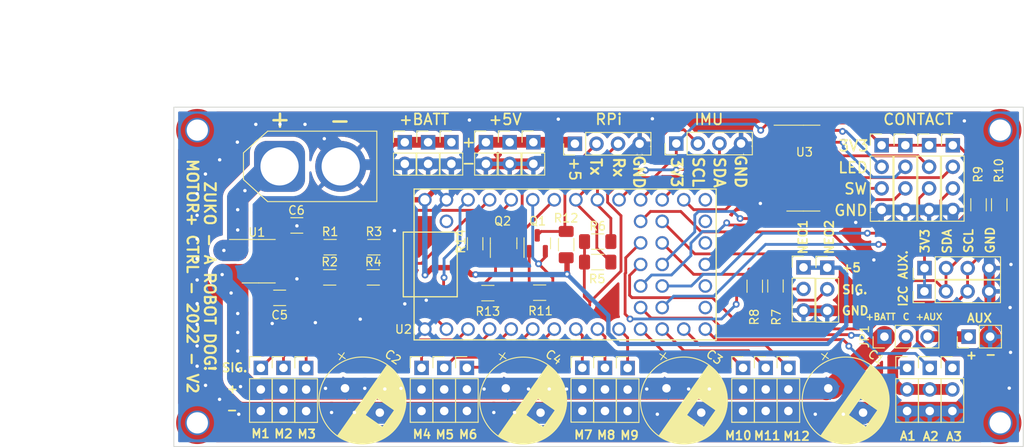
<source format=kicad_pcb>
(kicad_pcb (version 20211014) (generator pcbnew)
  (layers (0 "F.Cu" signal) (31 "B.Cu" signal) (34 "B.Paste" user) (35 "F.Paste" user) (36 "B.SilkS" user "B.Silkscreen") (37 "F.SilkS" user "F.Silkscreen") (38 "B.Mask" user) (39 "F.Mask" user) (44 "Edge.Cuts" user))
  (net 0 "")
  (net 1 "+BATT")
  (net 2 "M1")
  (net 3 "GND")
  (net 4 "M2")
  (net 5 "M3")
  (net 6 "M4")
  (net 7 "M5")
  (net 8 "M6")
  (net 9 "M7")
  (net 10 "M8")
  (net 11 "M9")
  (net 12 "M10")
  (net 13 "M11")
  (net 14 "M12")
  (net 15 "+5V")
  (net 16 "+AUX")
  (net 17 "AUX_M1")
  (net 18 "+3V3")
  (net 19 "SDA1")
  (net 20 "SDL1")
  (net 21 "Net-(J25-Pad2)")
  (net 22 "Net-(J26-Pad2)")
  (net 23 "Net-(J27-Pad2)")
  (net 24 "SW1")
  (net 25 "Net-(J29-Pad2)")
  (net 26 "SW2")
  (net 27 "Net-(J31-Pad2)")
  (net 28 "SW3")
  (net 29 "Net-(J32-Pad2)")
  (net 30 "SW4")
  (net 31 "Net-(J33-Pad2)")
  (net 32 "Net-(J33-Pad3)")
  (net 33 "RX")
  (net 34 "TX")
  (net 35 "Net-(R2-Pad1)")
  (net 42 "Net-(C5-Pad1)")
  (net 43 "AUX_M2")
  (net 44 "AUX_M3")
  (net 45 "SDA0")
  (net 46 "Net-(J4-Pad1)")
  (net 47 "VSENSE")
  (net 48 "CSENSE")
  (net 49 "SCL0")
  (net 50 "NEO1")
  (net 51 "NEO2")
  (net 52 "OUT1")
  (net 53 "OUT2")
  (net 54 "OUT3")
  (net 55 "OUT4")
  (net 60 "Net-(J18-Pad2)")
  (footprint "Connector_PinHeader_2.54mm:PinHeader_1x03_P2.54mm_Vertical" (layer "F.Cu") (at 145.783402 67.691 90)
    (fp_text reference "JP1")
    (fp_text value "Jumper_3_Open" hide)
  )
  (footprint "Package_SO:SOIC-16_3.9x9.9mm_P1.27mm" (layer "F.Cu") (at 136.24 47.83)
    (fp_text reference "U3")
    (fp_text value "ULN2003" hide)
  )
  (footprint "Package_SO:SOIC-8_3.9x4.9mm_P1.27mm" (layer "F.Cu") (at 72.1234 58.801)
    (fp_text reference "U1")
    (fp_text value "ACS712xLCTR-20A" hide)
  )
  (footprint "Connector_PinHeader_2.54mm:PinHeader_1x04_P2.54mm_Vertical" (layer "F.Cu") (at 148.2472 45.1358)
    (fp_text reference "J29" hide)
    (fp_text value "Conn_01x04" hide)
  )
  (footprint "Connector_AMASS:AMASS_XT60-M_1x02_P7.20mm_Vertical" (layer "F.Cu") (at 74.5754 47.625)
    (fp_text reference "J4" hide)
    (fp_text value "Conn_01x02" hide)
  )
  (footprint "MountingHole:MountingHole_2.5mm_Pad_TopOnly" (layer "F.Cu") (at 159.4144 43.351)
    (fp_text reference "REF**" hide)
    (fp_text value "MountingHole_2.5mm_Pad_TopOnly" hide)
  )
  (footprint "Connector_PinHeader_2.54mm:PinHeader_1x03_P2.54mm_Vertical" (layer "F.Cu") (at 112.884331 71.374)
    (fp_text reference "J9" hide)
    (fp_text value "Conn_01x03" hide)
  )
  (footprint "Connector_PinHeader_2.54mm:PinHeader_1x04_P2.54mm_Vertical" (layer "F.Cu") (at 109.3444 44.958 90)
    (fp_text reference "J33" hide)
    (fp_text value "Conn_01x04" hide)
  )
  (footprint "Resistor_SMD:R_1206_3216Metric_Pad1.30x1.75mm_HandSolder" (layer "F.Cu") (at 108.3184 56.8446 90)
    (fp_text reference "R12")
    (fp_text value "10k" hide)
  )
  (footprint "Connector_PinHeader_2.54mm:PinHeader_1x03_P2.54mm_Vertical" (layer "F.Cu") (at 153.784402 71.374)
    (fp_text reference "J22" hide)
    (fp_text value "Conn_01x03" hide)
  )
  (footprint "Connector_PinHeader_2.54mm:PinHeader_1x03_P2.54mm_Vertical" (layer "F.Cu") (at 96.628331 71.374)
    (fp_text reference "J7" hide)
    (fp_text value "Conn_01x03" hide)
  )
  (footprint "Resistor_SMD:R_1206_3216Metric_Pad1.30x1.75mm_HandSolder" (layer "F.Cu") (at 159.3 52.15 -90)
    (fp_text reference "R10")
    (fp_text value "10k" hide)
  )
  (footprint "Capacitor_THT:CP_Radial_D10.0mm_P5.00mm" (layer "F.Cu") (at 82.2834 73.77883 -35)
    (fp_text reference "C2")
    (fp_text value "2200uF" hide)
  )
  (footprint "Connector_PinHeader_2.54mm:PinHeader_1x02_P2.54mm_Vertical" (layer "F.Cu") (at 89.3192 44.7864)
    (fp_text reference "J15" hide)
    (fp_text value "Conn_01x02" hide)
  )
  (footprint "Connector_PinHeader_2.54mm:PinHeader_1x02_P2.54mm_Vertical" (layer "F.Cu") (at 104.4576 44.780202)
    (fp_text reference "J16" hide)
    (fp_text value "Conn_01x02" hide)
  )
  (footprint "Resistor_SMD:R_1206_3216Metric_Pad1.30x1.75mm_HandSolder" (layer "F.Cu") (at 112.0268 56.4896)
    (fp_text reference "R6")
    (fp_text value "10k" hide)
  )
  (footprint "Resistor_SMD:R_1206_3216Metric_Pad1.30x1.75mm_HandSolder" (layer "F.Cu") (at 156.8616 52.15 -90)
    (fp_text reference "R9")
    (fp_text value "10k" hide)
  )
  (footprint "Connector_PinHeader_2.54mm:PinHeader_1x04_P2.54mm_Vertical" (layer "F.Cu") (at 150.5024 59.6138 90)
    (fp_text reference "J30" hide)
    (fp_text value "Conn_01x04" hide)
  )
  (footprint "Teensy:Teensy40" (layer "F.Cu") (at 108.191402 59.182)
    (fp_text reference "U2")
    (fp_text value "Teensy4.0")
  )
  (footprint "Connector_PinHeader_2.54mm:PinHeader_1x04_P2.54mm_Vertical" (layer "F.Cu") (at 151.0412 45.1358)
    (fp_text reference "J31" hide)
    (fp_text value "Conn_01x04" hide)
  )
  (footprint "Connector_PinHeader_2.54mm:PinHeader_1x03_P2.54mm_Vertical" (layer "F.Cu") (at 93.961331 71.374)
    (fp_text reference "J6" hide)
    (fp_text value "Conn_01x03" hide)
  )
  (footprint "Connector_PinHeader_2.54mm:PinHeader_1x02_P2.54mm_Vertical" (layer "F.Cu") (at 92.0624 44.7864)
    (fp_text reference "J21" hide)
    (fp_text value "Conn_01x02" hide)
  )
  (footprint "Capacitor_SMD:C_1206_3216Metric_Pad1.33x1.80mm_HandSolder" (layer "F.Cu") (at 76.6069 54.5846 180)
    (fp_text reference "C6")
    (fp_text value "100nF" hide)
  )
  (footprint "Connector_PinHeader_2.54mm:PinHeader_1x03_P2.54mm_Vertical" (layer "F.Cu") (at 151.117402 71.374)
    (fp_text reference "J18" hide)
    (fp_text value "Conn_01x03" hide)
  )
  (footprint "Connector_PinHeader_2.54mm:PinHeader_1x02_P2.54mm_Vertical" (layer "F.Cu") (at 101.6636 44.785206)
    (fp_text reference "J19" hide)
    (fp_text value "Conn_01x02" hide)
  )
  (footprint "Connector_PinHeader_2.54mm:PinHeader_1x03_P2.54mm_Vertical" (layer "F.Cu") (at 136.258402 59.527211)
    (fp_text reference "J26" hide)
    (fp_text value "Conn_01x03" hide)
  )
  (footprint "Capacitor_THT:CP_Radial_D10.0mm_P5.00mm" (layer "F.Cu") (at 139.173336 73.77883 -35)
    (fp_text reference "C1")
    (fp_text value "2200uF" hide)
  )
  (footprint "Resistor_SMD:R_1206_3216Metric_Pad1.30x1.75mm_HandSolder" (layer "F.Cu") (at 130.518 61.7474 90)
    (fp_text reference "R8")
    (fp_text value "500" hide)
  )
  (footprint "Resistor_SMD:R_1206_3216Metric_Pad1.30x1.75mm_HandSolder" (layer "F.Cu") (at 85.61141 60.706)
    (fp_text reference "R4")
    (fp_text value "20k" hide)
  )
  (footprint "Connector_PinHeader_2.54mm:PinHeader_1x03_P2.54mm_Vertical" (layer "F.Cu") (at 75.038331 71.374)
    (fp_text reference "J2" hide)
    (fp_text value "Conn_01x03" hide)
  )
  (footprint "Resistor_SMD:R_1206_3216Metric_Pad1.30x1.75mm_HandSolder" (layer "F.Cu") (at 97.5996 56.743 90)
    (fp_text reference "R14")
    (fp_text value "10k" hide)
  )
  (footprint "Resistor_SMD:R_1206_3216Metric_Pad1.30x1.75mm_HandSolder" (layer "F.Cu") (at 105.1948 62.5094)
    (fp_text reference "R11")
    (fp_text value "10k" hide)
  )
  (footprint "Connector_PinHeader_2.54mm:PinHeader_1x03_P2.54mm_Vertical" (layer "F.Cu") (at 131.807331 71.374)
    (fp_text reference "J12" hide)
    (fp_text value "Conn_01x03" hide)
  )
  (footprint "Connector_PinHeader_2.54mm:PinHeader_1x02_P2.54mm_Vertical" (layer "F.Cu") (at 98.8696 44.785206)
    (fp_text reference "J14" hide)
    (fp_text value "Conn_01x02" hide)
  )
  (footprint "Connector_PinHeader_2.54mm:PinHeader_1x02_P2.54mm_Vertical" (layer "F.Cu") (at 94.8056 44.7802)
    (fp_text reference "J23" hide)
    (fp_text value "Conn_01x02" hide)
  )
  (footprint "Connector_PinHeader_2.54mm:PinHeader_1x03_P2.54mm_Vertical" (layer "F.Cu") (at 91.294331 71.374)
    (fp_text reference "J5" hide)
    (fp_text value "Conn_01x03" hide)
  )
  (footprint "Connector_PinHeader_2.54mm:PinHeader_1x03_P2.54mm_Vertical" (layer "F.Cu") (at 139.052402 59.563)
    (fp_text reference "J25" hide)
    (fp_text value "Conn_01x03" hide)
  )
  (footprint "Connector_PinHeader_2.54mm:PinHeader_1x03_P2.54mm_Vertical" (layer "F.Cu") (at 115.551331 71.389011)
    (fp_text reference "J10" hide)
    (fp_text value "Conn_01x03" hide)
  )
  (footprint "Package_TO_SOT_SMD:SOT-23" (layer "F.Cu") (at 100.9524 56.6905 90)
    (fp_text reference "Q2")
    (fp_text value "BSS138" hide)
  )
  (footprint "Resistor_SMD:R_1206_3216Metric_Pad1.30x1.75mm_HandSolder" (layer "F.Cu") (at 80.47939 60.706)
    (fp_text reference "R2")
    (fp_text value "10k" hide)
  )
  (footprint "Resistor_SMD:R_1206_3216Metric_Pad1.30x1.75mm_HandSolder" (layer "F.Cu") (at 99.0976 62.5602)
    (fp_text reference "R13")
    (fp_text value "10k" hide)
  )
  (footprint "MountingHole:MountingHole_2.5mm_Pad_TopOnly" (layer "F.Cu") (at 159.4144 77.851)
    (fp_text reference "REF**" hide)
    (fp_text value "MountingHole_2.5mm_Pad_TopOnly" hide)
  )
  (footprint "Capacitor_SMD:C_1206_3216Metric_Pad1.33x1.80mm_HandSolder" (layer "F.Cu") (at 74.5872 63.119)
    (fp_text reference "C5")
    (fp_text value "1nF" hide)
  )
  (footprint "Connector_PinHeader_2.54mm:PinHeader_1x04_P2.54mm_Vertical" (layer "F.Cu") (at 145.4532 45.1358)
    (fp_text reference "J27" hide)
    (fp_text value "Conn_01x04" hide)
  )
  (footprint "Resistor_SMD:R_1206_3216Metric_Pad1.30x1.75mm_HandSolder" (layer "F.Cu") (at 80.53141 57.15)
    (fp_text reference "R1")
    (fp_text value "10k" hide)
  )
  (footprint "Connector_PinHeader_2.54mm:PinHeader_1x04_P2.54mm_Vertical" (layer "F.Cu") (at 121.282408 44.9326 90)
    (fp_text reference "J24" hide)
    (fp_text value "Conn_01x04" hide)
  )
  (footprint "Connector_PinHeader_2.54mm:PinHeader_1x04_P2.54mm_Vertical" (layer "F.Cu") (at 153.8352 45.1358)
    (fp_text reference "J32" hide)
    (fp_text value "Conn_01x04" hide)
  )
  (footprint "Connector_PinHeader_2.54mm:PinHeader_1x03_P2.54mm_Vertical" (layer "F.Cu") (at 110.217331 71.358989)
    (fp_text reference "J8" hide)
    (fp_text value "Conn_01x03" hide)
  )
  (footprint "Connector_PinHeader_2.54mm:PinHeader_1x04_P2.54mm_Vertical" (layer "F.Cu") (at 150.4924 62.357 90)
    (fp_text reference "J28" hide)
    (fp_text value "Conn_01x04" hide)
  )
  (footprint "Resistor_SMD:R_1206_3216Metric_Pad1.30x1.75mm_HandSolder" (layer "F.Cu") (at 132.9564 61.7214 90)
    (fp_text reference "R7")
    (fp_text value "500" hide)
  )
  (footprint "Connector_PinHeader_2.54mm:PinHeader_1x03_P2.54mm_Vertical" (layer "F.Cu") (at 72.371331 71.374)
    (fp_text reference "J1" hide)
    (fp_text value "Conn_01x03" hide)
  )
  (footprint "Package_TO_SOT_SMD:SOT-23" (layer "F.Cu") (at 104.9148 56.6905 90)
    (fp_text reference "Q1")
    (fp_text value "BSS138" hide)
  )
  (footprint "Connector_PinHeader_2.54mm:PinHeader_1x03_P2.54mm_Vertical" (layer "F.Cu") (at 148.450402 71.374)
    (fp_text reference "J17" hide)
    (fp_text value "Conn_01x03" hide)
  )
  (footprint "Resistor_SMD:R_1206_3216Metric_Pad1.30x1.75mm_HandSolder" (layer "F.Cu") (at 85.68639 57.15)
    (fp_text reference "R3")
    (fp_text value "10k" hide)
  )
  (footprint "Capacitor_THT:CP_Radial_D10.0mm_P5.00mm" (layer "F.Cu") (at 101.2064 73.787 -35)
    (fp_text reference "C4")
    (fp_text value "2200uF" hide)
  )
  (footprint "Capacitor_THT:CP_Radial_D10.0mm_P5.00mm" (layer "F.Cu") (at 120.123336 73.77883 -35)
    (fp_text reference "C3")
    (fp_text value "2200uF" hide)
  )
  (footprint "MountingHole:MountingHole_2.5mm_Pad_TopOnly" (layer "F.Cu") (at 64.8972 77.851)
    (fp_text reference "REF**" hide)
    (fp_text value "MountingHole_2.5mm_Pad_TopOnly" hide)
  )
  (footprint "Connector_PinHeader_2.54mm:PinHeader_1x02_P2.54mm_Vertical" (layer "F.Cu") (at 155.689402 67.691 90)
    (fp_text reference "J20" hide)
    (fp_text value "Conn_01x02" hide)
  )
  (footprint "Connector_PinHeader_2.54mm:PinHeader_1x03_P2.54mm_Vertical" (layer "F.Cu") (at 77.705331 71.389011)
    (fp_text reference "J3" hide)
    (fp_text value "Conn_01x03" hide)
  )
  (footprint "MountingHole:MountingHole_2.5mm_Pad_TopOnly" (layer "F.Cu") (at 64.8972 43.351)
    (fp_text reference "REF**" hide)
    (fp_text value "MountingHole_2.5mm_Pad_TopOnly" hide)
  )
  (footprint "Connector_PinHeader_2.54mm:PinHeader_1x03_P2.54mm_Vertical" (layer "F.Cu") (at 129.140331 71.374)
    (fp_text reference "J11" hide)
    (fp_text value "Conn_01x03" hide)
  )
  (footprint "Resistor_SMD:R_1206_3216Metric_Pad1.30x1.75mm_HandSolder" (layer "F.Cu") (at 112.0268 58.9026)
    (fp_text reference "R5")
    (fp_text value "10k" hide)
  )
  (footprint "Connector_PinHeader_2.54mm:PinHeader_1x03_P2.54mm_Vertical" (layer "F.Cu") (at 134.474331 71.374)
    (fp_text reference "J13" hide)
    (fp_text value "Conn_01x03" hide)
  )
  (gr_rect (start 62.1284 40.645) (end 162.1284 80.645) (layer "Edge.Cuts") (width 0.1) (fill none))
  (gr_text "A3" (at 153.9748 79.4766) (layer "F.SilkS") (effects (font (size 1.016 1.016) (thickness 0.2032))))
  (gr_text "+5V\n" (at 101.1428 42.0878) (layer "F.SilkS") (effects (font (size 1.27 1.27) (thickness 0.2032))))
  (gr_text "SW" (at 142.3924 50.2666) (layer "F.SilkS") (effects (font (size 1.27 1.27) (thickness 0.2032))))
  (gr_text "M2" (at 75.0316 79.1464) (layer "F.SilkS") (effects (font (size 1.016 1.016) (thickness 0.2032))))
  (gr_text "M4" (at 91.3384 79.1972) (layer "F.SilkS") (effects (font (size 1.016 1.016) (thickness 0.2032))))
  (gr_text "NEO2" (at 139.2936 55.9562 90) (layer "F.SilkS") (effects (font (size 1.016 1.016) (thickness 0.2032))))
  (gr_text "M6" (at 96.774 79.2226) (layer "F.SilkS") (effects (font (size 1.016 1.016) (thickness 0.2032))))
  (gr_text "M10" (at 128.5748 79.3496) (layer "F.SilkS") (effects (font (size 1.016 1.016) (thickness 0.2032))))
  (gr_text "NEO1" (at 136.1948 55.9562 90) (layer "F.SilkS") (effects (font (size 1.016 1.016) (thickness 0.2032))))
  (gr_text "-" (at 81.6864 42.1894) (layer "F.SilkS") (effects (font (size 2 2) (thickness 0.3))))
  (gr_text "GND\n" (at 158.242 56.3118 90) (layer "F.SilkS") (effects (font (size 1.016 1.016) (thickness 0.2032))))
  (gr_text "M9" (at 115.7732 79.3242) (layer "F.SilkS") (effects (font (size 1.016 1.016) (thickness 0.2032))))
  (gr_text "-" (at 158.2928 69.9262 180) (layer "F.SilkS") (effects (font (size 1.016 1.016) (thickness 0.2032))))
  (gr_text "M5" (at 94.0308 79.248) (layer "F.SilkS") (effects (font (size 1.016 1.016) (thickness 0.2032))))
  (gr_text "+5" (at 109.3344 47.9298 270) (layer "F.SilkS") (effects (font (size 1.27 1.27) (thickness 0.2032))))
  (gr_text "M1" (at 72.3392 79.121) (layer "F.SilkS") (effects (font (size 1.016 1.016) (thickness 0.2032))))
  (gr_text "SIG." (at 142.2908 62.1538) (layer "F.SilkS") (effects (font (size 1.016 1.016) (thickness 0.2032))))
  (gr_text "3V3" (at 121.323202 48.33 270) (layer "F.SilkS") (effects (font (size 1.27 1.27) (thickness 0.254))))
  (gr_text "C" (at 148.336 65.3542) (layer "F.SilkS") (effects (font (size 0.762 0.762) (thickness 0.1524))))
  (gr_text "3V3" (at 150.56 56.43 90) (layer "F.SilkS") (effects (font (size 1.016 1.016) (thickness 0.2032))))
  (gr_text "A1" (at 148.5392 79.4004) (layer "F.SilkS") (effects (font (size 1.016 1.016) (thickness 0.2032))))
  (gr_text "I2C AUX." (at 147.9804 60.833 90) (layer "F.SilkS") (effects (font (size 1.016 1.016) (thickness 0.2032))))
  (gr_text "A2" (at 151.2316 79.4512) (layer "F.SilkS") (effects (font (size 1.016 1.016) (thickness 0.2032))))
  (gr_text "+AUX" (at 151.0284 65.3542) (layer "F.SilkS") (effects (font (size 0.762 0.762) (thickness 0.1524))))
  (gr_text "GND\n" (at 116.8908 48.2854 270) (layer "F.SilkS") (effects (font (size 1.27 1.27) (thickness 0.254))))
  (gr_text "IMU" (at 125.1204 42.0878) (layer "F.SilkS") (effects (font (size 1.27 1.27) (thickness 0.2032))))
  (gr_text "AUX" (at 156.972 65.5066) (layer "F.SilkS") (effects (font (size 1.016 1.016) (thickness 0.2032))))
  (gr_text "SCL" (at 155.702 56.4134 90) (layer "F.SilkS") (effects (font (size 1.016 1.016) (thickness 0.2032))))
  (gr_text "ZUKO - A ROBOT DOG!\nMOTOR+ CTRL - 2022 - V2" (at 65.3416 60.579 270) (layer "F.SilkS") (effects (font (size 1.27 1.27) (thickness 0.254))))
  (gr_text "+5" (at 141.8844 59.563) (layer "F.SilkS") (effects (font (size 1.016 1.016) (thickness 0.2032))))
  (gr_text "CONTACT" (at 149.7712 42.0878) (layer "F.SilkS") (effects (font (size 1.27 1.27) (thickness 0.2032))))
  (gr_text "GND\n" (at 128.8416 48.2346 270) (layer "F.SilkS") (effects (font (size 1.27 1.27) (thickness 0.254))))
  (gr_text "SDA" (at 126.3524 48.3362 270) (layer "F.SilkS") (effects (font (size 1.27 1.27) (thickness 0.254))))
  (gr_text "RPi" (at 113.3348 42.0878) (layer "F.SilkS") (effects (font (size 1.27 1.27) (thickness 0.2032))))
  (gr_text "SIG." (at 69.2912 71.3486) (layer "F.SilkS") (effects (font (size 1.016 1.016) (thickness 0.2032))))
  (gr_text "Rx" (at 114.516 47.7266 270) (layer "F.SilkS") (effects (font (size 1.27 1.27) (thickness 0.254))))
  (gr_text "GND\n" (at 142.3416 64.643) (layer "F.SilkS") (effects (font (size 1.016 1.016) (thickness 0.2032))))
  (gr_text "-" (at 96.8376 47.2186) (layer "F.SilkS") (effects (font (size 1.27 1.27) (thickness 0.2032))))
  (gr_text "SDA" (at 153.162 56.4642 90) (layer "F.SilkS") (effects (font (size 1.016 1.016) (thickness 0.2032))))
  (gr_text "M12" (at 135.4328 79.4258) (layer "F.SilkS") (effects (font (size 1.016 1.016) (thickness 0.2032))))
  (gr_text "M3" (at 77.7748 79.1718) (layer "F.SilkS") (effects (font (size 1.016 1.016) (thickness 0.2032))))
  (gr_text "+BATT" (at 91.5924 42.0878) (layer "F.SilkS") (effects (font (size 1.27 1.27) (thickness 0.2032))))
  (gr_text "+" (at 155.956 69.9262 90) (layer "F.SilkS") (effects (font (size 1.016 1.016) (thickness 0.2032))))
  (gr_text "GND" (at 141.8336 52.8066) (layer "F.SilkS") (effects (font (size 1.27 1.27) (thickness 0.2032))))
  (gr_text "M8" (at 113.03 79.2988) (layer "F.SilkS") (effects (font (size 1.016 1.016) (thickness 0.2032))))
  (gr_text "Tx" (at 111.8236 47.6758 270) (layer "F.SilkS") (effects (font (size 1.27 1.27) (thickness 0.254))))
  (gr_text "+" (at 74.6252 42.037) (layer "F.SilkS") (effects (font (size 2 2) (thickness 0.3))))
  (gr_text "M7" (at 110.3376 79.2734) (layer "F.SilkS") (effects (font (size 1.016 1.016) (thickness 0.2032))))
  (gr_text "-" (at 68.9864 76.327) (layer "F.SilkS") (effects (font (size 1.016 1.016) (thickness 0.2032))))
  (gr_text "+BATT" (at 145.3388 65.3542) (layer "F.SilkS") (effects (font (size 0.762 0.762) (thickness 0.1524))))
  (gr_text "+" (at 96.9392 44.831 270) (layer "F.SilkS") (effects (font (size 1.27 1.27) (thickness 0.2032))))
  (gr_text "3V3" (at 142.16 45.21) (layer "F.SilkS") (effects (font (size 1.27 1.27) (thickness 0.2032))))
  (gr_text "+" (at 69.0372 73.8378) (layer "F.SilkS") (effects (font (size 1.016 1.016) (thickness 0.2032))))
  (gr_text "M11" (at 131.9784 79.375) (layer "F.SilkS") (effects (font (size 1.016 1.016) (thickness 0.2032))))
  (gr_text "LED" (at 142.0876 47.7774) (layer "F.SilkS") (effects (font (size 1.27 1.27) (thickness 0.2032))))
  (gr_text "SCL" (at 123.8632 48.2854 270) (layer "F.SilkS") (effects (font (size 1.27 1.27) (thickness 0.254))))
  (segment (start 69.6468 60.5282) (end 69.653816 60.535216) (width 2.5) (layer "F.Cu") (net 1))
  (segment (start 86.9696 73.8632) (end 98.6536 73.8632) (width 2.5) (layer "F.Cu") (net 1))
  (segment (start 94.7994 44.7864) (end 94.8056 44.7802) (width 0.3302) (layer "F.Cu") (net 1))
  (segment (start 70.32 60.5282) (end 71.9456 58.9026) (width 1.016) (layer "F.Cu") (net 1))
  (segment (start 69.653816 71.570184) (end 69.653816 72.460416) (width 2.5) (layer "F.Cu") (net 1))
  (segment (start 87.1856 49.7586) (end 87.1856 45.5422) (width 1.016) (layer "F.Cu") (net 1))
  (segment (start 69.653816 64.966184) (end 69.653816 67.201384) (width 2.5) (layer "F.Cu") (net 1))
  (segment (start 92.0624 44.786398) (end 94.799402 44.786398) (width 1.27) (layer "F.Cu") (net 1))
  (segment (start 71.9456 53.0098) (end 72.86 52.0954) (width 1.016) (layer "F.Cu") (net 1))
  (segment (start 98.6536 73.8632) (end 103.886 73.8632) (width 2.5) (layer "F.Cu") (net 1))
  (segment (start 71.0566 73.8632) (end 86.9696 73.8632) (width 2.5) (layer "F.Cu") (net 1))
  (segment (start 71.9456 58.9026) (end 71.9456 53.0098) (width 1.016) (layer "F.Cu") (net 1))
  (segment (start 69.653816 72.460416) (end 71.0566 73.8632) (width 2.5) (layer "F.Cu") (net 1))
  (segment (start 122.7328 73.8632) (end 125.1712 73.8632) (width 2.5) (layer "F.Cu") (net 1))
  (segment (start 69.653816 60.535216) (end 69.653816 64.966184) (width 2.5) (layer "F.Cu") (net 1))
  (segment (start 138.876706 73.8632) (end 138.942506 73.929) (width 2.5) (layer "F.Cu") (net 1))
  (segment (start 84.8488 52.0954) (end 87.1856 49.7586) (width 1.016) (layer "F.Cu") (net 1))
  (segment (start 72.86 52.0954) (end 84.8488 52.0954) (width 1.016) (layer "F.Cu") (net 1))
  (segment (start 69.3182 60.3758) (end 69.6484 60.706) (width 2.5) (layer "F.Cu") (net 1))
  (segment (start 139.173336 73.77883) (end 139.69557 73.77883) (width 2.5) (layer "F.Cu") (net 1))
  (segment (start 106.3244 73.8632) (end 108.3564 73.8632) (width 2.5) (layer "F.Cu") (net 1))
  (segment (start 69.653816 67.201384) (end 69.653816 69.385784) (width 2.5) (layer "F.Cu") (net 1))
  (segment (start 117.8052 73.8632) (end 122.7328 73.8632) (width 2.5) (layer "F.Cu") (net 1))
  (segment (start 89.7764 44.786398) (end 92.67741 44.786398) (width 1.27) (layer "F.Cu") (net 1))
  (segment (start 103.886 73.8632) (end 106.3244 73.8632) (width 2.5) (layer "F.Cu") (net 1))
  (segment (start 67.818 60.3758) (end 69.3182 60.3758) (width 2.5) (layer "F.Cu") (net 1))
  (segment (start 69.653816 69.385784) (end 69.653816 71.570184) (width 2.5) (layer "F.Cu") (net 1))
  (segment (start 69.6468 60.5282) (end 70.32 60.5282) (width 1.016) (layer "F.Cu") (net 1))
  (segment (start 139.69557 73.77883) (end 145.7834 67.691) (width 2.5) (layer "F.Cu") (net 1))
  (segment (start 108.3564 73.8632) (end 117.8052 73.8632) (width 2.5) (layer "F.Cu") (net 1))
  (segment (start 87.1856 45.5422) (end 87.9414 44.7864) (width 1.016) (layer "F.Cu") (net 1))
  (segment (start 87.9414 44.7864) (end 89.7764 44.7864) (width 1.016) (layer "F.Cu") (net 1))
  (segment (start 125.1712 73.8632) (end 138.876706 73.8632) (width 2.5) (layer "F.Cu") (net 1))
  (via (at 84.6074 73.787) (size 0.8) (drill 0.4) (layers "F.Cu" "B.Cu") (net 1))
  (via (at 108.3564 73.8632) (size 0.8) (drill 0.4) (layers "F.Cu" "B.Cu") (net 1))
  (via (at 103.886 73.8632) (size 0.8) (drill 0.4) (layers "F.Cu" "B.Cu") (net 1))
  (via (at 117.8052 73.8632) (size 0.8) (drill 0.4) (layers "F.Cu" "B.Cu") (net 1))
  (via (at 69.979554 73.581246) (size 0.8) (drill 0.4) (layers "F.Cu" "B.Cu") (net 1))
  (via (at 69.653816 69.385784) (size 0.8) (drill 0.4) (layers "F.Cu" "B.Cu") (net 1))
  (via (at 79.9846 73.787) (size 0.8) (drill 0.4) (layers "F.Cu" "B.Cu") (net 1))
  (via (at 122.7328 73.8632) (size 0.8) (drill 0.4) (layers "F.Cu" "B.Cu") (net 1))
  (via (at 86.9696 73.8632) (size 0.8) (drill 0.4) (layers "F.Cu" "B.Cu") (net 1))
  (via (at 125.1712 73.8632) (size 0.8) (drill 0.4) (layers "F.Cu" "B.Cu") (net 1))
  (via (at 88.8746 73.787) (size 0.8) (drill 0.4) (layers "F.Cu" "B.Cu") (net 1))
  (via (at 69.653816 64.966184) (size 0.8) (drill 0.4) (layers "F.Cu" "B.Cu") (net 1))
  (via (at 69.653816 67.201384) (size 0.8) (drill 0.4) (layers "F.Cu" "B.Cu") (net 1))
  (via (at 67.818 60.3758) (size 0.8) (drill 0.4) (layers "F.Cu" "B.Cu") (net 1))
  (via (at 69.653816 71.570184) (size 0.8) (drill 0.4) (layers "F.Cu" "B.Cu") (net 1))
  (via (at 98.6536 73.8632) (size 0.8) (drill 0.4) (layers "F.Cu" "B.Cu") (net 1))
  (via (at 68.8721 62.5475) (size 0.8) (drill 0.4) (layers "F.Cu" "B.Cu") (net 1))
  (via (at 106.3244 73.8632) (size 0.8) (drill 0.4) (layers "F.Cu" "B.Cu") (net 1))
  (segment (start 139.165166 73.787) (end 139.173336 73.77883) (width 2.5) (layer "B.Cu") (net 1))
  (segment (start 88.8746 73.787) (end 139.165166 73.787) (width 2.5) (layer "B.Cu") (net 1))
  (segment (start 69.6468 72.4868) (end 71.074 73.914) (width 2.5) (layer "B.Cu") (net 1))
  (segment (start 68.8721 62.5475) (end 69.6468 63.3222) (width 2.5) (layer "B.Cu") (net 1))
  (segment (start 71.074 73.914) (end 72.371331 73.914) (width 2.5) (layer "B.Cu") (net 1))
  (segment (start 84.6074 73.787) (end 88.8746 73.787) (width 2.5) (layer "B.Cu") (net 1))
  (segment (start 69.6468 63.3222) (end 69.6468 72.4868) (width 2.5) (layer "B.Cu") (net 1))
  (segment (start 72.498331 73.787) (end 79.9846 73.787) (width 2.5) (layer "B.Cu") (net 1))
  (segment (start 67.818 60.3758) (end 67.818 61.4934) (width 2.5) (layer "B.Cu") (net 1))
  (segment (start 67.818 61.4934) (end 68.8721 62.5475) (width 2.5) (layer "B.Cu") (net 1))
  (segment (start 79.9846 73.787) (end 84.6074 73.787) (width 2.5) (layer "B.Cu") (net 1))
  (segment (start 91.35 64.93) (end 89.05 67.23) (width 0.3302) (layer "F.Cu") (net 2))
  (segment (start 92.349402 64.93) (end 91.35 64.93) (width 0.3302) (layer "F.Cu") (net 2))
  (segment (start 94.221402 66.802) (end 92.349402 64.93) (width 0.3302) (layer "F.Cu") (net 2))
  (segment (start 89.05 67.23) (end 76.515336 67.23) (width 0.3302) (layer "F.Cu") (net 2))
  (segment (start 76.515336 67.23) (end 72.371336 71.374) (width 0.3302) (layer "F.Cu") (net 2))
  (segment (start 75.0444 54.5846) (end 76.5684 54.5846) (width 0.3302) (layer "F.Cu") (net 3))
  (segment (start 139.0524 64.643) (end 136.2942 64.643) (width 1.27) (layer "F.Cu") (net 3))
  (segment (start 81.7754 47.625) (end 81.7754 46.317) (width 2.5) (layer "F.Cu") (net 3))
  (segment (start 142.64282 64.62662) (end 142.64282 62.67818) (width 1.27) (layer "F.Cu") (net 3))
  (segment (start 133.4838 51.9938) (end 133.765 52.275) (width 0.635) (layer "F.Cu") (net 3))
  (segment (start 100.095 47.3202) (end 104.4576 47.3202) (width 1.27) (layer "F.Cu") (net 3))
  (segment (start 139.06878 64.62662) (end 139.0524 64.643) (width 1.27) (layer "F.Cu") (net 3))
  (segment (start 76.1497 63.119) (end 84.7484 63.119) (width 0.635) (layer "F.Cu") (net 3))
  (segment (start 158.2294 67.691) (end 158.204 67.6656) (width 2.5) (layer "F.Cu") (net 3))
  (segment (start 142.64282 62.67818) (end 142.6592 62.6618) (width 1.27) (layer "F.Cu") (net 3))
  (segment (start 142.62644 64.643) (end 142.64282 64.62662) (width 0.3302) (layer "F.Cu") (net 3))
  (segment (start 76.6192 62.6495) (end 76.1497 63.119) (width 0.3302) (layer "F.Cu") (net 3))
  (segment (start 64.8844 72.2504) (end 69.263248 76.629248) (width 2.5) (layer "F.Cu") (net 3))
  (segment (start 133.765 52.275) (end 133.765 51.005) (width 0.635) (layer "F.Cu") (net 3))
  (segment (start 158.112408 62.8142) (end 158.112408 59.623792) (width 1.27) (layer "F.Cu") (net 3))
  (segment (start 80.698352 76.629248) (end 83.390752 76.629248) (width 2.5) (layer "F.Cu") (net 3))
  (segment (start 136.2942 64.643) (end 136.2584 64.6072) (width 1.27) (layer "F.Cu") (net 3))
  (segment (start 76.1497 62.2573) (end 74.5984 60.706) (width 0.635) (layer "F.Cu") (net 3))
  (segment (start 83.390752 76.629248) (end 99.799152 76.629248) (width 2.5) (layer "F.Cu") (net 3))
  (segment (start 71.7804 42.672) (end 71.7424 42.672) (width 2.5) (layer "F.Cu") (net 3))
  (segment (start 158.204 65.151) (end 158.204 62.4486) (width 1.27) (layer "F.Cu") (net 3))
  (segment (start 69.263248 76.629248) (end 80.698352 76.629248) (width 2.5) (layer "F.Cu") (net 3))
  (segment (start 76.6192 60.8838) (end 76.6192 62.6495) (width 0.3302) (layer "F.Cu") (net 3))
  (segment (start 142.4052 54.229) (end 142.4052 56.515) (width 1.27) (layer "F.Cu") (net 3))
  (segment (start 84.9256 62.9418) (end 87.1614 60.706) (width 0.635) (layer "F.Cu") (net 3))
  (segment (start 158.2294 73.152) (end 158.2294 67.691) (width 2.5) (layer "F.Cu") (net 3))
  (segment (start 102.052386 76.629248) (end 102.053114 76.62852) (width 2.5) (layer "F.Cu") (net 3))
  (segment (start 100.089994 47.325206) (end 100.095 47.3202) (width 1.27) (layer "F.Cu") (net 3))
  (segment (start 100.089994 47.325206) (end 101.6636 47.325206) (width 1.27) (layer "F.Cu") (net 3))
  (segment (start 89.3192 63.8302) (end 88.599 63.11) (width 0.635) (layer "F.Cu") (net 3))
  (segment (start 77.5716 42.672) (end 74.6252 42.672) (width 2.5) (layer "F.Cu") (net 3))
  (segment (start 158.0008 64.643) (end 157.98442 64.62662) (width 1.27) (layer "F.Cu") (net 3))
  (segment (start 158.204 62.4486) (end 158.1124 62.357) (width 1.27) (layer "F.Cu") (net 3))
  (segment (start 133.765 51.005) (end 133.765 49.735) (width 0.635) (layer "F.Cu") (net 3))
  (segment (start 81.7754 46.317) (end 78.1304 42.672) (width 2.5) (layer "F.Cu") (net 3))
  (segment (start 102.23828 76.62852) (end 154.75288 76.62852) (width 2.5) (layer "F.Cu") (net 3))
  (segment (start 88.1 56.28639) (end 87.23639 57.15) (width 0.635) (layer "F.Cu") (net 3))
  (segment (start 71.7424 42.672) (end 64.8844 49.53) (width 2.5) (layer "F.Cu") (net 3))
  (segment (start 88.599 63.11) (end 84.66 63.11) (width 0.635) (layer "F.Cu") (net 3))
  (segment (start 155.0544 76.327) (end 158.2294 73.152) (width 2.5) (layer "F.Cu") (net 3))
  (segment (start 64.8844 49.53) (end 64.8844 72.2504) (width 2.5) (layer "F.Cu") (net 3))
  (segment (start 142.4052 56.515) (end 144.5388 58.6486) (width 1.27) (layer "F.Cu") (net 3))
  (segment (start 74.6252 42.672) (end 71.7804 42.672) (width 2.5) (layer "F.Cu") (net 3))
  (segment (start 131.1784 51.9938) (end 133.4838 51.9938) (width 0.635) (layer "F.Cu") (net 3))
  (segment (start 102.053114 76.62852) (end 102.23828 76.62852) (width 2.5) (layer "F.Cu") (net 3))
  (segment (start 98.8696 47.325206) (end 100.089994 47.325206) (width 1.27) (layer "F.Cu") (net 3))
  (segment (start 88.1 55.1942) (end 88.1 56.28639) (width 0.635) (layer "F.Cu") (net 3))
  (segment (start 76.1497 63.119) (end 76.1497 62.2573) (width 0.635) (layer "F.Cu") (net 3))
  (segment (start 133.765 49.735) (end 133.765 48.465) (width 0.635) (layer "F.Cu") (net 3))
  (segment (start 76.5684 54.5846) (end 76.6192 54.6354) (width 0.3302) (layer "F.Cu") (net 3))
  (segment (start 158.204 67.6656) (end 158.204 65.151) (width 1.27) (layer "F.Cu") (net 3))
  (segment (start 84.7484 63.119) (end 84.9256 62.9418) (width 0.635) (layer "F.Cu") (net 3))
  (segment (start 99.799152 76.629248) (end 102.052386 76.629248) (width 2.5) (layer "F.Cu") (net 3))
  (segment (start 139.052402 64.643) (end 142.626436 64.643) (width 1.27) (layer "F.Cu") (net 3))
  (segment (start 157.98442 64.62662) (end 142.64282 64.62662) (width 1.27) (layer "F.Cu") (net 3))
  (segment (start 78.1304 42.672) (end 77.5716 42.672) (width 2.5) (layer "F.Cu") (net 3))
  (via (at 88.1 55.1942) (size 0.8) (drill 0.4) (layers "F.Cu" "B.Cu") (net 3))
  (via (at 76.6192 54.6354) (size 0.8) (drill 0.4) (layers "F.Cu" "B.Cu") (net 3))
  (via (at 160.4772 73.7616) (size 0.8) (drill 0.4) (layers "F.Cu" "B.Cu") (net 3))
  (via (at 74.6252 42.672) (size 0.8) (drill 0.4) (layers "F.Cu" "B.Cu") (net 3))
  (via (at 142.6592 62.6618) (size 0.8) (drill 0.4) (layers "F.Cu" "B.Cu") (net 3))
  (via (at 67.5259 46.8503) (size 0.8) (drill 0.4) (layers "F.Cu" "B.Cu") (net 3))
  (via (at 78.7908 66.04) (size 0.8) (drill 0.4) (layers "F.Cu" "B.Cu") (net 3))
  (via (at 73.7108 66.1416) (size 0.8) (drill 0.4) (layers "F.Cu" "B.Cu") (net 3))
  (via (at 67.5132 75.0824) (size 0.8) (drill 0.4) (layers "F.Cu" "B.Cu") (net 3))
  (via (at 76.6192 60.8838) (size 0.8) (drill 0.4) (layers "F.Cu" "B.Cu") (net 3))
  (via (at 64.8716 58.5216) (size 0.8) (drill 0.4) (layers "F.Cu" "B.Cu") (net 3))
  (via (at 96.9264 42.164) (size 0.8) (drill 0.4) (layers "F.Cu" "B.Cu") (net 3))
  (via (at 71.7804 42.672) (size 0.8) (drill 0.4) (layers "F.Cu" "B.Cu") (net 3))
  (via (at 107.3912 42.0624) (size 0.8) (drill 0.4) (layers "F.Cu" "B.Cu") (net 3))
  (via (at 118.4656 42.0116) (size 0.8) (drill 0.4) (layers "F.Cu" "B.Cu") (net 3))
  (via (at 131.1784 51.9938) (size 0.8) (drill 0.4) (layers "F.Cu" "B.Cu") (net 3))
  (via (at 144.5388 58.6486) (size 0.8) (drill 0.4) (layers "F.Cu" "B.Cu") (net 3))
  (via (at 79.8449 44.3611) (size 0.8) (drill 0.4) (layers "F.Cu" "B.Cu") (net 3))
  (via (at 80.698352 76.629248) (size 0.8) (drill 0.4) (layers "F.Cu" "B.Cu") (net 3))
  (via (at 77.5716 42.672) (size 0.8) (drill 0.4) (layers "F.Cu" "B.Cu") (net 3))
  (via (at 160.6296 69.5452) (size 0.8) (drill 0.4) (layers "F.Cu" "B.Cu") (net 3))
  (via (at 160.6804 59.182) (size 0.8) (drill 0.4) (layers "F.Cu" "B.Cu") (net 3))
  (via (at 64.8716 66.2432) (size 0.8) (drill 0.4) (layers "F.Cu" "B.Cu") (net 3))
  (via (at 142.4052 54.229) (size 0.8) (drill 0.4) (layers "F.Cu" "B.Cu") (net 3))
  (via (at 64.8716 61.0108) (size 0.8) (drill 0.4) (layers "F.Cu" "B.Cu") (net 3))
  (via (at 65.8495 48.5267) (size 0.8) (drill 0.4) (layers "F.Cu" "B.Cu") (net 3))
  (via (at 99.799152 76.629248) (size 0.8) (drill 0.4) (layers "F.Cu" "B.Cu") (net 3))
  (via (at 160.5788 64.262) (size 0.8) (drill 0.4) (layers "F.Cu" "B.Cu") (net 3))
  (via (at 155.194 42.2656) (size 0.8) (drill 0.4) (layers "F.Cu" "B.Cu") (net 3))
  (via (at 69.7738 76.835) (size 0.8) (drill 0.4) (layers "F.Cu" "B.Cu") (net 3))
  (via (at 69.6087 44.7675) (size 0.8) (drill 0.4) (layers "F.Cu" "B.Cu") (net 3))
  (via (at 91.8464 63.3984) (size 0.8) (drill 0.4) (layers "F.Cu" "B.Cu") (net 3))
  (via (at 102.23828 76.62852) (size 0.8) (drill 0.4) (layers "F.Cu" "B.Cu") (net 3))
  (via (at 64.8716 50.8508) (size 0.8) (drill 0.4) (layers "F.Cu" "B.Cu") (net 3))
  (via (at 89.3192 63.8302) (size 0.8) (drill 0.4) (layers "F.Cu" "B.Cu") (net 3))
  (via (at 64.8716 63.8048) (size 0.8) (drill 0.4) (layers "F.Cu" "B.Cu") (net 3))
  (via (at 83.390752 76.629248) (size 0.8) (drill 0.4) (layers "F.Cu" "B.Cu") (net 3))
  (via (at 64.8716 68.7832) (size 0.8) (drill 0.4) (layers "F.Cu" "B.Cu") (net 3))
  (via (at 64.8716 71.1708) (size 0.8) (drill 0.4) (layers "F.Cu" "B.Cu") (net 3))
  (via (at 84.074 65.6336) (size 0.8) (drill 0.4) (layers "F.Cu" "B.Cu") (net 3))
  (via (at 64.8716 53.3908) (size 0.8) (drill 0.4) (layers "F.Cu" "B.Cu") (net 3))
  (via (at 119.0498 76.835) (size 0.8) (drill 0.4) (layers "F.Cu" "B.Cu") (net 3))
  (via (at 137.6426 76.835) (size 0.8) (drill 0.4) (layers "F.Cu" "B.Cu") (net 3))
  (via (at 65.8622 73.4314) (size 0.8) (drill 0.4) (layers "F.Cu" "B.Cu") (net 3))
  (via (at 140.9446 76.835) (size 0.8) (drill 0.4) (layers "F.Cu" "B.Cu") (net 3))
  (via (at 64.8716 56.1848) (size 0.8) (drill 0.4) (layers "F.Cu" "B.Cu") (net 3))
  (segment (start 153.8352 52.7558) (end 151.0412 52.7558) (width 1.27) (layer "B.Cu") (net 3))
  (segment (start 94.8056 50.9778) (end 94.2214 51.562) (width 0.635) (layer "B.Cu") (net 3))
  (segment (start 64.8716 61.0108) (end 64.8716 63.8048) (width 2.5) (layer "B.Cu") (net 3))
  (segment (start 65.8495 48.5267) (end 64.8716 49.5046) (width 2.5) (layer "B.Cu") (net 3))
  (segment (start 142.6592 62.6618) (end 142.6592 60.5282) (width 1.27) (layer "B.Cu") (net 3))
  (segment (start 69.6087 44.7675) (end 67.5259 46.8503) (width 2.5) (layer "B.Cu") (net 3))
  (segment (start 64.8716 50.8508) (end 64.8716 53.3908) (width 2.5) (layer "B.Cu") (net 3))
  (segment (start 71.5264 42.8498) (end 69.6087 44.7675) (width 2.5) (layer "B.Cu") (net 3))
  (segment (start 154.648 56.5658) (end 153.8352 55.753) (width 1.27) (layer "B.Cu") (net 3))
  (segment (start 107.554322 76.621078) (end 107.3912 76.7842) (width 2.5) (layer "B.Cu") (net 3))
  (segment (start 143.080808 76.835) (end 142.866886 76.621078) (width 2.5) (layer "B.Cu") (net 3))
  (segment (start 92.67741 47.3264) (end 98.868406 47.3264) (width 1.27) (layer "B.Cu") (net 3))
  (segment (start 94.8056 47.3202) (end 94.8056 50.9778) (width 0.635) (layer "B.Cu") (net 3))
  (segment (start 131.2164 47.246592) (end 128.902408 44.9326) (width 1.27) (layer "B.Cu") (net 3))
  (segment (start 148.450402 76.454) (end 151.117402 76.454) (width 1.27) (layer "B.Cu") (net 3))
  (segment (start 69.8988 76.71) (end 118.9248 76.71) (width 2.5) (layer "B.Cu") (net 3))
  (segment (start 64.8716 56.1848) (end 64.8716 58.5216) (width 2.5) (layer "B.Cu") (net 3))
  (segment (start 104.4576 47.3202) (end 104.7624 47.0154) (width 1.27) (layer "B.Cu") (net 3))
  (segment (start 89.3192 63.8302) (end 89.3192 64.439798) (width 0.635) (layer "B.Cu") (net 3))
  (segment (start 151.117402 76.454) (end 153.784402 76.454) (width 1.27) (layer "B.Cu") (net 3))
  (segment (start 142.866886 76.621078) (end 107.554322 76.621078) (width 2.5) (layer "B.Cu") (net 3))
  (segment (start 64.8716 53.3908) (end 64.8716 56.1848) (width 2.5) (layer "B.Cu") (net 3))
  (segment (start 118.9248 76.71) (end 119.0498 76.835) (width 2.5) (layer "B.Cu") (net 3))
  (segment (start 64.8716 66.2432) (end 64.8716 68.7832) (width 2.5) (layer "B.Cu") (net 3))
  (segment (start 145.866714 76.64671) (end 146.059424 76.454) (width 1.27) (layer "B.Cu") (net 3))
  (segment (start 89.2238 47.4218) (end 81.9786 47.4218) (width 1.27) (layer "B.Cu") (net 3))
  (segment (start 89.3192 47.3264) (end 89.2238 47.4218) (width 1.27) (layer "B.Cu") (net 3))
  (segment (start 148.2472 52.7558) (end 145.4532 52.7558) (width 1.27) (layer "B.Cu") (net 3))
  (segment (start 69.7738 76.835) (end 69.8988 76.71) (width 2.5) (layer "B.Cu") (net 3))
  (segment (start 131.2164 51.9558) (end 131.2164 47.246592) (width 1.27) (layer "B.Cu") (net 3))
  (segment (start 151.0412 52.7558) (end 148.2472 52.7558) (width 1.27) (layer "B.Cu") (net 3))
  (segment (start 64.8716 58.5216) (end 64.8716 61.0108) (width 2.5) (layer "B.Cu") (net 3))
  (segment (start 89.3192 63.881) (end 89.3192 55.1942) (width 0.635) (layer "B.Cu") (net 3))
  (segment (start 89.3192 55.1942) (end 89.3192 47.3264) (width 0.635) (layer "B.Cu") (net 3))
  (segment (start 116.9644 44.958) (end 118.8186 46.8122) (width 1.27) (layer "B.Cu") (net 3))
  (segment (start 158.1224 57.9066) (end 156.7816 56.5658) (width 1.27) (layer "B.Cu") (net 3))
  (segment (start 119.0498 76.835) (end 137.6426 76.835) (width 2.5) (layer "B.Cu") (net 3))
  (segment (start 67.5259 46.8503) (end 65.8495 48.5267) (width 2.5) (layer "B.Cu") (net 3))
  (segment (start 89.3192 64.439798) (end 91.681402 66.802) (width 0.635) (layer "B.Cu") (net 3))
  (segment (start 146.059424 76.454) (end 148.450402 76.454) (width 1.27) (layer "B.Cu") (net 3))
  (segment (start 131.7372 54.229) (end 131.1784 53.6702) (width 1.27) (layer "B.Cu") (net 3))
  (segment (start 142.4052 54.229) (end 131.7372 54.229) (width 1.27) (layer "B.Cu") (net 3))
  (segment (start 64.8716 68.7832) (end 64.8716 71.1708) (width 2.5) (layer "B.Cu") (net 3))
  (segment (start 114.907 47.0154) (end 116.9644 44.958) (width 1.27) (layer "B.Cu") (net 3))
  (segment (start 89.3192 47.3264) (end 92.0624 47.3264) (width 1.27) (layer "B.Cu") (net 3))
  (segment (start 64.8716 71.1708) (end 64.8716 72.4408) (width 2.5) (layer "B.Cu") (net 3))
  (segment (start 142.6592 60.5282) (end 144.5388 58.6486) (width 1.27) (layer "B.Cu") (net 3))
  (segment (start 142.4052 54.229) (end 143.98 54.229) (width 1.27) (layer "B.Cu") (net 3))
  (segment (start 98.868406 47.3264) (end 98.8696 47.325206) (width 1.27) (layer "B.Cu") (net 3))
  (segment (start 137.6426 76.835) (end 140.9446 76.835) (width 2.5) (layer "B.Cu") (net 3))
  (segment (start 81.775402 46.291602) (end 79.8449 44.3611) (width 2.5) (layer "B.Cu") (net 3))
  (segment (start 153.8352 55.753) (end 153.8352 52.7558) (width 1.27) (layer "B.Cu") (net 3))
  (segment (start 156.7816 56.5658) (end 154.648 56.5658) (width 1.27) (layer "B.Cu") (net 3))
  (segment (start 69.2658 76.835) (end 69.7738 76.835) (width 2.5) (layer "B.Cu") (net 3))
  (segment (start 98.8684 47.3264) (end 98.8696 47.3252) (width 0.3302) (layer "B.Cu") (net 3))
  (segment (start 64.8716 49.5046) (end 64.8716 50.8508) (width 2.5) (layer "B.Cu") (net 3))
  (segment (start 131.1784 51.9938) (end 131.1784 53.6702) (width 1.27) (layer "B.Cu") (net 3))
  (segment (start 81.775402 47.625) (end 81.775402 46.291602) (width 2.5) (layer "B.Cu") (net 3))
  (segment (start 127.3684 46.8122) (end 128.902408 45.278192) (width 1.27) (layer "B.Cu") (net 3))
  (segment (start 128.902408 45.278192) (end 128.902408 44.9326) (width 1.27) (layer "B.Cu") (net 3))
  (segment (start 140.9446 76.835) (end 143.080808 76.835) (width 2.5) (layer "B.Cu") (net 3))
  (segment (start 158.1224 60.071) (end 158.1224 57.9066) (width 1.27) (layer "B.Cu") (net 3))
  (segment (start 104.7624 47.0154) (end 114.907 47.0154) (width 1.27) (layer "B.Cu") (net 3))
  (segment (start 67.5132 75.0824) (end 69.2658 76.835) (width 2.5) (layer "B.Cu") (net 3))
  (segment (start 131.1784 51.9938) (end 131.2164 51.9558) (width 1.27) (layer "B.Cu") (net 3))
  (segment (start 64.8716 63.8048) (end 64.8716 66.2432) (width 2.5) (layer "B.Cu") (net 3))
  (segment (start 143.98 54.229) (end 145.4532 52.7558) (width 1.27) (layer "B.Cu") (net 3))
  (segment (start 76.6192 54.6354) (end 76.6192 60.8838) (width 0.3302) (layer "B.Cu") (net 3))
  (segment (start 81.9786 47.4218) (end 81.7754 47.625) (width 1.27) (layer "B.Cu") (net 3))
  (segment (start 64.8716 72.4408) (end 65.8622 73.4314) (width 2.5) (layer "B.Cu") (net 3))
  (segment (start 118.8186 46.8122) (end 127.3684 46.8122) (width 1.27) (layer "B.Cu") (net 3))
  (segment (start 65.8622 73.4314) (end 67.5132 75.0824) (width 2.5) (layer "B.Cu") (net 3))
  (segment (start 143.269106 76.64671) (end 145.866714 76.64671) (width 1.27) (layer "B.Cu") (net 3))
  (segment (start 125.6666 59.182) (end 124.7014 59.182) (width 1.27) (layer "B.Cu") (net 3))
  (segment (start 79.8449 44.3611) (end 78.3336 42.8498) (width 2.5) (layer "B.Cu") (net 3))
  (segment (start 78.3336 42.8498) (end 71.5264 42.8498) (width 2.5) (layer "B.Cu") (net 3))
  (segment (start 131.1784 53.6702) (end 125.6666 59.182) (width 1.27) (layer "B.Cu") (net 3))
  (segment (start 89.3192 55.1942) (end 88.1 55.1942) (width 0.635) (layer "B.Cu") (net 3))
  (segment (start 75.038336 70.051664) (end 77.02 68.07) (width 0.3302) (layer "F.Cu") (net 4))
  (segment (start 77.02 68.07) (end 95.493402 68.07) (width 0.3302) (layer "F.Cu") (net 4))
  (segment (start 95.493402 68.07) (end 96.761402 66.802) (width 0.3302) (layer "F.Cu") (net 4))
  (segment (start 75.038336 71.374) (end 75.038336 70.051664) (width 0.3302) (layer "F.Cu") (net 4))
  (segment (start 77.705336 71.389) (end 77.705336 69.854664) (width 0.3302) (layer "F.Cu") (net 5))
  (segment (start 78.85 68.71) (end 97.86 68.71) (width 0.3302) (layer "F.Cu") (net 5))
  (segment (start 77.705336 69.854664) (end 78.85 68.71) (width 0.3302) (layer "F.Cu") (net 5))
  (segment (start 99.301402 67.268598) (end 99.301402 66.802) (width 0.3302) (layer "F.Cu") (net 5))
  (segment (start 97.86 68.71) (end 99.301402 67.268598) (width 0.3302) (layer "F.Cu") (net 5))
  (segment (start 92 69.31) (end 91.294331 70.015669) (width 0.3302) (layer "F.Cu") (net 6))
  (segment (start 91.294331 70.015669) (end 91.294331 71.374) (width 0.3302) (layer "F.Cu") (net 6))
  (segment (start 101.841402 66.802) (end 99.333402 69.31) (width 0.3302) (layer "F.Cu") (net 6))
  (segment (start 99.333402 69.31) (end 92 69.31) (width 0.3302) (layer "F.Cu") (net 6))
  (segment (start 104.3814 66.802) (end 101.0794 70.104) (width 0.3302) (layer "F.Cu") (net 7))
  (segment (start 100.9374 70.119) (end 95.216336 70.119) (width 0.3302) (layer "F.Cu") (net 7))
  (segment (start 95.216336 70.119) (end 93.961336 71.374) (width 0.3302) (layer "F.Cu") (net 7))
  (segment (start 100.9524 70.104) (end 100.9374 70.119) (width 0.25) (layer "F.Cu") (net 7))
  (segment (start 102.4256 71.2978) (end 103.0964 70.627) (width 0.3302) (layer "F.Cu") (net 8))
  (segment (start 103.1114 70.612) (end 106.9214 66.802) (width 0.3302) (layer "F.Cu") (net 8))
  (segment (start 96.704536 71.2978) (end 102.4256 71.2978) (width 0.3302) (layer "F.Cu") (net 8))
  (segment (start 96.628336 71.374) (end 96.704536 71.2978) (width 0.25) (layer "F.Cu") (net 8))
  (segment (start 110.217336 71.359) (end 110.217336 67.557936) (width 0.3302) (layer "F.Cu") (net 9))
  (segment (start 110.217336 67.557936) (end 109.4614 66.802) (width 0.3302) (layer "F.Cu") (net 9))
  (segment (start 112.884336 67.684936) (end 112.0014 66.802) (width 0.3302) (layer "F.Cu") (net 10))
  (segment (start 112.884336 71.374) (end 112.884336 67.684936) (width 0.3302) (layer "F.Cu") (net 10))
  (segment (start 115.551336 67.811936) (end 114.5414 66.802) (width 0.3302) (layer "F.Cu") (net 11))
  (segment (start 115.551336 71.389) (end 115.551336 67.811936) (width 0.3302) (layer "F.Cu") (net 11))
  (segment (start 117.0814 66.802) (end 120.1294 69.85) (width 0.3302) (layer "F.Cu") (net 12))
  (segment (start 127.816336 70.05) (end 129.140336 71.374) (width 0.3302) (layer "F.Cu") (net 12))
  (segment (start 120.3144 70.05) (end 127.816336 70.05) (width 0.3302) (layer "F.Cu") (net 12))
  (segment (start 120.1294 69.865) (end 120.3144 70.05) (width 0.3302) (layer "F.Cu") (net 12))
  (segment (start 122.1614 69.357) (end 129.790336 69.357) (width 0.3302) (layer "F.Cu") (net 13))
  (segment (start 129.790336 69.357) (end 131.807336 71.374) (width 0.3302) (layer "F.Cu") (net 13))
  (segment (start 119.6214 66.802) (end 122.1614 69.342) (width 0.3302) (layer "F.Cu") (net 13))
  (segment (start 122.0344 66.675) (end 124.0494 68.69) (width 0.3302) (layer "F.Cu") (net 14))
  (segment (start 124.0494 68.69) (end 131.790336 68.69) (width 0.3302) (layer "F.Cu") (net 14))
  (segment (start 131.790336 68.69) (end 134.474336 71.374) (width 0.3302) (layer "F.Cu") (net 14))
  (segment (start 96.3296 59.563) (end 97.5996 58.293) (width 0.635) (layer "F.Cu") (net 15))
  (segment (start 109.1666 44.7802) (end 109.3444 44.958) (width 1.27) (layer "F.Cu") (net 15))
  (segment (start 101.6636 44.7852) (end 104.4526 44.7852) (width 1.27) (layer "F.Cu") (net 15))
  (segment (start 96.3296 59.563) (end 97.1424 60.3758) (width 0.635) (layer "F.Cu") (net 15))
  (segment (start 87.9222 51.562) (end 91.6814 51.562) (width 0.635) (layer "F.Cu") (net 15))
  (segment (start 108.42 58.4962) (end 108.3184 58.3946) (width 0.635) (layer "F.Cu") (net 15))
  (segment (start 92.5704 59.563) (end 96.3296 59.563) (width 0.635) (layer "F.Cu") (net 15))
  (segment (start 104.4576 44.780202) (end 104.457602 44.7802) (width 1.27) (layer "F.Cu") (net 15))
  (segment (start 96.8376 48.2346) (end 96.8376 46.6152) (width 0.635) (layer "F.Cu") (net 15))
  (segment (start 95.4152 49.657) (end 96.8376 48.2346) (width 0.635) (layer "F.Cu") (net 15))
  (segment (start 104.457602 44.7802) (end 109.1666 44.7802) (width 1.27) (layer "F.Cu") (net 15))
  (segment (start 81.6484 54.229) (end 81.3944 54.483) (width 0.3302) (layer "F.Cu") (net 15))
  (segment (start 80.2006 55.4228) (end 78.7274 56.896) (width 0.635) (layer "F.Cu") (net 15))
  (segment (start 81.6484 54.229) (end 81.3944 54.229) (width 0.635) (layer "F.Cu") (net 15))
  (segment (start 91.7068 60.4266) (end 92.5704 59.563) (width 0.635) (layer "F.Cu") (net 15))
  (segment (start 81.3944 54.229) (end 80.2006 55.4228) (width 0.635) (layer "F.Cu") (net 15))
  (segment (start 81.6484 54.229) (end 85.2552 54.229) (width 0.635) (layer "F.Cu") (net 15))
  (segment (start 98.6676 44.7852) (end 98.8696 44.7852) (width 0.635) (layer "F.Cu") (net 15))
  (segment (start 77.9785 54.5846) (end 79.3624 54.5846) (width 0.3302) (layer "F.Cu") (net 15))
  (segment (start 104.4526 44.7852) (end 104.4576 44.7802) (width 0.635) (layer "F.Cu") (net 15))
  (segment (start 93.5864 49.657) (end 95.4152 49.657) (width 0.635) (layer "F.Cu") (net 15))
  (segment (start 91.6814 51.562) (end 93.5864 49.657) (width 0.635) (layer "F.Cu") (net 15))
  (segment (start 98.8696 44.7852) (end 101.6636 44.7852) (width 1.27) (layer "F.Cu") (net 15))
  (segment (start 108.42 60.325) (end 108.42 58.4962) (width 0.635) (layer "F.Cu") (net 15))
  (segment (start 85.2552 54.229) (end 87.9222 51.562) (width 0.635) (layer "F.Cu") (net 15))
  (segment (start 78.7274 56.896) (end 74.5984 56.896) (width 0.635) (layer "F.Cu") (net 15))
  (segment (start 96.8376 46.6152) (end 98.6676 44.7852) (width 0.635) (layer "F.Cu") (net 15))
  (segment (start 97.1424 60.3758) (end 97.6504 60.3758) (width 0.635) (layer "F.Cu") (net 15))
  (segment (start 79.3624 54.5846) (end 80.2006 55.4228) (width 0.3302) (layer "F.Cu") (net 15))
  (via (at 97.6504 60.3758) (size 0.8) (drill 0.4) (layers "F.Cu" "B.Cu") (net 15))
  (via (at 108.42 60.325) (size 0.8) (drill 0.4) (layers "F.Cu" "B.Cu") (net 15))
  (via (at 91.7068 60.4266) (size 0.8) (drill 0.4) (layers "F.Cu" "B.Cu") (net 15))
  (segment (start 91.6814 51.562) (end 91.6814 60.4012) (width 0.635) (layer "B.Cu") (net 15))
  (segment (start 91.6814 60.4012) (end 91.7068 60.4266) (width 0.635) (layer "B.Cu") (net 15))
  (segment (start 139.1032 68.5546) (end 141.2876 66.3702) (width 0.508) (layer "B.Cu") (net 15))
  (segment (start 141.2876 60.325) (end 140.5256 59.563) (width 0.508) (layer "B.Cu") (net 15))
  (segment (start 113.287889 67.321222) (end 114.521267 68.5546) (width 0.508) (layer "B.Cu") (net 15))
  (segment (start 141.2876 66.3702) (end 141.2876 60.325) (width 0.508) (layer "B.Cu") (net 15))
  (segment (start 114.521267 68.5546) (end 139.1032 68.5546) (width 0.508) (layer "B.Cu") (net 15))
  (segment (start 136.2942 59.563) (end 136.2584 59.5272) (width 0.508) (layer "B.Cu") (net 15))
  (segment (start 108.42 60.325) (end 113.287889 65.192889) (width 0.508) (layer "B.Cu") (net 15))
  (segment (start 139.0524 59.563) (end 136.2942 59.563) (width 0.508) (layer "B.Cu") (net 15))
  (segment (start 97.6504 60.3758) (end 108.3692 60.3758) (width 0.635) (layer "B.Cu") (net 15))
  (segment (start 108.3692 60.3758) (end 108.42 60.325) (width 0.635) (layer "B.Cu") (net 15))
  (segment (start 113.287889 65.192889) (end 113.287889 67.321222) (width 0.508) (layer "B.Cu") (net 15))
  (segment (start 140.5256 59.563) (end 139.0524 59.563) (width 0.508) (layer "B.Cu") (net 15))
  (segment (start 150.8634 67.691) (end 155.6894 67.691) (width 1.27) (layer "F.Cu") (net 16))
  (segment (start 141.5924 68.707) (end 141.5924 68.8086) (width 0.3302) (layer "F.Cu") (net 17))
  (segment (start 125.94102 68.04162) (end 140.92702 68.04162) (width 0.3302) (layer "F.Cu") (net 17))
  (segment (start 140.92702 68.04162) (end 141.5924 68.707) (width 0.3302) (layer "F.Cu") (net 17))
  (segment (start 124.7014 66.802) (end 125.94102 68.04162) (width 0.3302) (layer "F.Cu") (net 17))
  (via (at 141.5924 68.8086) (size 0.8) (drill 0.4) (layers "F.Cu" "B.Cu") (net 17))
  (segment (start 141.5924 68.8086) (end 144.1578 71.374) (width 0.3302) (layer "B.Cu") (net 17))
  (segment (start 144.1578 71.374) (end 148.4504 71.374) (width 0.3302) (layer "B.Cu") (net 17))
  (segment (start 142.8274 42.51) (end 145.4532 45.1358) (width 0.3302) (layer "F.Cu") (net 18))
  (segment (start 115.1764 48.9458) (end 118.6562 48.9458) (width 0.3302) (layer "F.Cu") (net 18))
  (segment (start 101.8668 64.2874) (end 98.1076 64.2874) (width 0.3302) (layer "F.Cu") (net 18))
  (segment (start 94.5008 62.5602) (end 97.5476 62.5602) (width 0.3302) (layer "F.Cu") (net 18))
  (segment (start 145.4532 45.1358) (end 148.2472 45.1358) (width 0.3302) (layer "F.Cu") (net 18))
  (segment (start 121.282408 46.319592) (end 121.282408 44.9326) (width 0.3302) (layer "F.Cu") (net 18))
  (segment (start 103.9648 62.1894) (end 103.6448 62.5094) (width 0.3302) (layer "F.Cu") (net 18))
  (segment (start 100.0024 60.1054) (end 100.0024 57.628) (width 0.3302) (layer "F.Cu") (net 18))
  (segment (start 113.1952 51.86281) (end 113.1952 50.927) (width 0.3302) (layer "F.Cu") (net 18))
  (segment (start 156.8616 51.7384) (end 150.5024 58.0976) (width 0.3302) (layer "F.Cu") (net 18))
  (segment (start 153.8352 45.1358) (end 154.4458 45.1358) (width 0.3302) (layer "F.Cu") (net 18))
  (segment (start 156.8616 47.5516) (end 156.8616 51.7384) (width 0.3302) (layer "F.Cu") (net 18))
  (segment (start 111.0864 63.6022) (end 111.1372 63.6022) (width 0.3302) (layer "F.Cu") (net 18))
  (segment (start 132.08 42.51) (end 142.8274 42.51) (width 0.3302) (layer "F.Cu") (net 18))
  (segment (start 93.8912 61.9506) (end 94.5008 62.5602) (width 0.3302) (layer "F.Cu") (net 18))
  (segment (start 148.2472 45.1358) (end 151.0412 45.1358) (width 0.3302) (layer "F.Cu") (net 18))
  (segment (start 98.1076 64.2874) (end 97.5476 63.7274) (width 0.3302) (layer "F.Cu") (net 18))
  (segment (start 104.102 64.2874) (end 110.8076 64.2874) (width 0.3302) (layer "F.Cu") (net 18))
  (segment (start 110.4768 58.9026) (end 110.4768 56.4896) (width 0.3302) (layer "F.Cu") (net 18))
  (segment (start 93.942 60.7314) (end 93.8912 60.7822) (width 0.3302) (layer "F.Cu") (net 18))
  (segment (start 103.6448 62.5094) (end 101.8668 64.2874) (width 0.3302) (layer "F.Cu") (net 18))
  (segment (start 110.8076 64.2874) (end 111.0864 64.0086) (width 0.3302) (layer "F.Cu") (net 18))
  (segment (start 111.1372 63.6022) (end 114.77 59.9694) (width 0.3302) (layer "F.Cu") (net 18))
  (segment (start 114.77 53.43761) (end 113.1952 51.86281) (width 0.3302) (layer "F.Cu") (net 18))
  (segment (start 103.6448 63.8302) (end 104.102 64.2874) (width 0.3302) (layer "F.Cu") (net 18))
  (segment (start 114.77 59.9694) (end 114.77 53.43761) (width 0.3302) (layer "F.Cu") (net 18))
  (segment (start 154.4458 45.1358) (end 156.8616 47.5516) (width 0.3302) (layer "F.Cu") (net 18))
  (segment (start 156.8616 50.6) (end 159.3 50.6) (width 0.3302) (layer "F.Cu") (net 18))
  (segment (start 103.6448 62.5094) (end 103.6448 63.8302) (width 0.3302) (layer "F.Cu") (net 18))
  (segment (start 111.0864 64.0086) (end 111.0864 63.6022) (width 0.3302) (layer "F.Cu") (net 18))
  (segment (start 110.452 58.9274) (end 110.4768 58.9026) (width 0.3302) (layer "F.Cu") (net 18))
  (segment (start 113.1952 50.927) (end 115.1764 48.9458) (width 0.3302) (layer "F.Cu") (net 18))
  (segment (start 150.5024 58.0976) (end 150.5024 59.6138) (width 0.3302) (layer "F.Cu") (net 18))
  (segment (start 97.5476 63.7274) (end 97.5476 62.5602) (width 0.3302) (layer "F.Cu") (net 18))
  (segment (start 151.0412 45.1358) (end 153.8352 45.1358) (width 0.3302) (layer "F.Cu") (net 18))
  (segment (start 131.22 43.37) (end 132.08 42.51) (width 0.3302) (layer "F.Cu") (net 18))
  (segment (start 97.5476 62.5602) (end 100.0024 60.1054) (width 0.3302) (layer "F.Cu") (net 18))
  (segment (start 111.0864 63.6022) (end 110.452 62.9678) (width 0.3302) (layer "F.Cu") (net 18))
  (segment (start 103.9648 57.628) (end 103.9648 62.1894) (width 0.3302) (layer "F.Cu") (net 18))
  (segment (start 118.6562 48.9458) (end 121.282408 46.319592) (width 0.3302) (layer "F.Cu") (net 18))
  (segment (start 93.8912 60.7822) (end 93.8912 61.9506) (width 0.3302) (layer "F.Cu") (net 18))
  (segment (start 110.452 62.9678) (end 110.452 58.9274) (width 0.3302) (layer "F.Cu") (net 18))
  (via (at 93.942 60.7314) (size 0.8) (drill 0.4) (layers "F.Cu" "B.Cu") (net 18))
  (via (at 131.22 43.37) (size 0.8) (drill 0.4) (layers "F.Cu" "B.Cu") (net 18))
  (segment (start 95.8216 56.6166) (end 95.8216 52.5018) (width 0.3302) (layer "B.Cu") (net 18))
  (segment (start 150.5024 59.6138) (end 150.5024 62.347) (width 0.3302) (layer "B.Cu") (net 18))
  (segment (start 131.22 43.37) (end 130.4966 42.6466) (width 0.3302) (layer "B.Cu") (net 18))
  (segment (start 123.568408 42.6466) (end 121.282408 44.9326) (width 0.3302) (layer "B.Cu") (net 18))
  (segment (start 130.4966 42.6466) (end 123.568408 42.6466) (width 0.3302) (layer "B.Cu") (net 18))
  (segment (start 95.8216 52.5018) (end 96.7614 51.562) (width 0.3302) (layer "B.Cu") (net 18))
  (segment (start 93.942 58.4962) (end 95.8216 56.6166) (width 0.3302) (layer "B.Cu") (net 18))
  (segment (start 93.942 60.7314) (end 93.942 58.4962) (width 0.3302) (layer "B.Cu") (net 18))
  (segment (start 156.8616 56.2518) (end 156.8616 53.7) (width 0.3302) (layer "F.Cu") (net 19))
  (segment (start 153.0324 59.6238) (end 153.0424 59.6138) (width 0.3302) (layer "F.Cu") (net 19))
  (segment (start 139.4588 55.3466) (end 145.1992 61.087) (width 0.3302) (layer "F.Cu") (net 19))
  (segment (start 117.0814 54.102) (end 118.246011 52.937389) (width 0.3302) (layer "F.Cu") (net 19))
  (segment (start 145.1992 61.087) (end 151.7624 61.087) (width 0.3302) (layer "F.Cu") (net 19))
  (segment (start 153.4996 59.6138) (end 156.8616 56.2518) (width 0.3302) (layer "F.Cu") (net 19))
  (segment (start 124.2188 55.3466) (end 139.4588 55.3466) (width 0.3302) (layer "F.Cu") (net 19))
  (segment (start 118.246011 52.937389) (end 121.809589 52.937389) (width 0.3302) (layer "F.Cu") (net 19))
  (segment (start 121.809589 52.937389) (end 124.2188 55.3466) (width 0.3302) (layer "F.Cu") (net 19))
  (segment (start 153.0424 59.6138) (end 153.4996 59.6138) (width 0.3302) (layer "F.Cu") (net 19))
  (segment (start 151.7624 61.087) (end 153.0324 62.357) (width 0.3302) (layer "F.Cu") (net 19))
  (segment (start 153.0324 62.357) (end 153.0324 59.6238) (width 0.3302) (layer "F.Cu") (net 19))
  (segment (start 145.6056 63.627) (end 154.3024 63.627) (width 0.3302) (layer "F.Cu") (net 20))
  (segment (start 155.5724 62.357) (end 155.5724 59.6238) (width 0.3302) (layer "F.Cu") (net 20))
  (segment (start 119.6214 54.102) (end 123.4568 57.9374) (width 0.3302) (layer "F.Cu") (net 20))
  (segment (start 123.4568 57.9374) (end 139.916 57.9374) (width 0.3302) (layer "F.Cu") (net 20))
  (segment (start 155.5724 59.6238) (end 159.3 55.8962) (width 0.3302) (layer "F.Cu") (net 20))
  (segment (start 159.3 55.8962) (end 159.3 53.7) (width 0.3302) (layer "F.Cu") (net 20))
  (segment (start 139.916 57.9374) (end 145.6056 63.627) (width 0.3302) (layer "F.Cu") (net 20))
  (segment (start 154.3024 63.627) (end 155.5724 62.357) (width 0.3302) (layer "F.Cu") (net 20))
  (segment (start 132.9564 63.2714) (end 133.077589 63.392589) (width 0.3302) (layer "F.Cu") (net 21))
  (segment (start 133.077589 63.392589) (end 137.762811 63.392589) (width 0.3302) (layer "F.Cu") (net 21))
  (segment (start 137.762811 63.392589) (end 139.0524 62.103) (width 0.3302) (layer "F.Cu") (net 21))
  (segment (start 131.7482 62.0672) (end 136.2584 62.0672) (width 0.3302) (layer "F.Cu") (net 22))
  (segment (start 130.518 63.2974) (end 131.7482 62.0672) (width 0.3302) (layer "F.Cu") (net 22))
  (segment (start 140.85 43.5) (end 140.735 43.385) (width 0.3302) (layer "F.Cu") (net 23))
  (segment (start 140.735 43.385) (end 138.715 43.385) (width 0.3302) (layer "F.Cu") (net 23))
  (via (at 140.85 43.5) (size 0.8) (drill 0.4) (layers "F.Cu" "B.Cu") (net 23))
  (segment (start 141.2774 43.5) (end 145.4532 47.6758) (width 0.3302) (layer "B.Cu") (net 23))
  (segment (start 140.85 43.5) (end 141.2774 43.5) (width 0.3302) (layer "B.Cu") (net 23))
  (segment (start 139.5604 53.7718) (end 128.7908 53.7718) (width 0.3302) (layer "F.Cu") (net 24))
  (segment (start 145.4532 50.2158) (end 143.1164 50.2158) (width 0.3302) (layer "F.Cu") (net 24))
  (segment (start 143.1164 50.2158) (end 139.5604 53.7718) (width 0.3302) (layer "F.Cu") (net 24))
  (via (at 128.7908 53.7718) (size 0.8) (drill 0.4) (layers "F.Cu" "B.Cu") (net 24))
  (segment (start 127.956389 52.937389) (end 123.884811 52.937389) (width 0.3302) (layer "B.Cu") (net 24))
  (segment (start 123.4568 55.3466) (end 119.6214 59.182) (width 0.3302) (layer "B.Cu") (net 24))
  (segment (start 123.884811 52.937389) (end 123.4568 53.3654) (width 0.3302) (layer "B.Cu") (net 24))
  (segment (start 128.7908 53.7718) (end 127.956389 52.937389) (width 0.3302) (layer "B.Cu") (net 24))
  (segment (start 123.4568 53.3654) (end 123.4568 55.3466) (width 0.3302) (layer "B.Cu") (net 24))
  (segment (start 140.932 44.7802) (end 139.1652 44.7802) (width 0.3302) (layer "F.Cu") (net 25))
  (via (at 140.932 44.7802) (size 0.8) (drill 0.4) (layers "F.Cu" "B.Cu") (net 25))
  (segment (start 140.932 45.4406) (end 144.381811 48.890411) (width 0.3302) (layer "B.Cu") (net 25))
  (segment (start 140.932 44.7802) (end 140.932 45.4406) (width 0.3302) (layer "B.Cu") (net 25))
  (segment (start 147.032589 48.890411) (end 148.2472 47.6758) (width 0.3302) (layer "B.Cu") (net 25))
  (segment (start 144.381811 48.890411) (end 147.032589 48.890411) (width 0.3302) (layer "B.Cu") (net 25))
  (segment (start 127.472611 54.536411) (end 127.216 54.2798) (width 0.3302) (layer "F.Cu") (net 26))
  (segment (start 140.370589 54.536411) (end 127.472611 54.536411) (width 0.3302) (layer "F.Cu") (net 26))
  (segment (start 146.921811 51.541189) (end 143.365811 51.541189) (width 0.3302) (layer "F.Cu") (net 26))
  (segment (start 143.365811 51.541189) (end 140.370589 54.536411) (width 0.3302) (layer "F.Cu") (net 26))
  (segment (start 148.2472 50.2158) (end 146.921811 51.541189) (width 0.3302) (layer "F.Cu") (net 26))
  (via (at 127.216 54.2798) (size 0.8) (drill 0.4) (layers "F.Cu" "B.Cu") (net 26))
  (segment (start 126.2 55.2958) (end 124.3712 55.2958) (width 0.3302) (layer "B.Cu") (net 26))
  (segment (start 122.9996 56.6674) (end 122.9996 58.1406) (width 0.3302) (layer "B.Cu") (net 26))
  (segment (start 118.3768 60.4266) (end 117.0814 61.722) (width 0.3302) (layer "B.Cu") (net 26))
  (segment (start 124.3712 55.2958) (end 122.9996 56.6674) (width 0.3302) (layer "B.Cu") (net 26))
  (segment (start 127.216 54.2798) (end 126.2 55.2958) (width 0.3302) (layer "B.Cu") (net 26))
  (segment (start 122.9996 58.1406) (end 120.7136 60.4266) (width 0.3302) (layer "B.Cu") (net 26))
  (segment (start 120.7136 60.4266) (end 118.3768 60.4266) (width 0.3302) (layer "B.Cu") (net 26))
  (segment (start 139.04 45.925) (end 140.2988 45.925) (width 0.3302) (layer "F.Cu") (net 27))
  (segment (start 140.7542 46.3804) (end 149.7458 46.3804) (width 0.3302) (layer "F.Cu") (net 27))
  (segment (start 140.2988 45.925) (end 140.7542 46.3804) (width 0.3302) (layer "F.Cu") (net 27))
  (segment (start 149.7458 46.3804) (end 151.0412 47.6758) (width 0.3302) (layer "F.Cu") (net 27))
  (segment (start 151.0412 50.2158) (end 149.826589 51.430411) (width 0.3302) (layer "F.Cu") (net 28))
  (segment (start 147.9932 55.499) (end 143.7768 55.499) (width 0.3302) (layer "F.Cu") (net 28))
  (segment (start 149.826589 53.665611) (end 147.9932 55.499) (width 0.3302) (layer "F.Cu") (net 28))
  (segment (start 149.826589 51.430411) (end 149.826589 53.665611) (width 0.3302) (layer "F.Cu") (net 28))
  (via (at 143.7768 55.499) (size 0.8) (drill 0.4) (layers "F.Cu" "B.Cu") (net 28))
  (segment (start 131.4324 55.499) (end 126.584789 60.346611) (width 0.3302) (layer "B.Cu") (net 28))
  (segment (start 123.05439 61.722) (end 119.6214 61.722) (width 0.3302) (layer "B.Cu") (net 28))
  (segment (start 126.584789 60.346611) (end 124.429779 60.346611) (width 0.3302) (layer "B.Cu") (net 28))
  (segment (start 143.7768 55.499) (end 131.4324 55.499) (width 0.3302) (layer "B.Cu") (net 28))
  (segment (start 124.429779 60.346611) (end 123.05439 61.722) (width 0.3302) (layer "B.Cu") (net 28))
  (segment (start 138.715 47.195) (end 140.675 47.195) (width 0.3302) (layer "F.Cu") (net 29))
  (segment (start 152.5652 48.9458) (end 153.8352 47.6758) (width 0.3302) (layer "F.Cu") (net 29))
  (segment (start 140.675 47.195) (end 142.4258 48.9458) (width 0.3302) (layer "F.Cu") (net 29))
  (segment (start 142.4258 48.9458) (end 152.5652 48.9458) (width 0.3302) (layer "F.Cu") (net 29))
  (segment (start 153.8352 50.2158) (end 152.4128 51.6382) (width 0.3302) (layer "F.Cu") (net 30))
  (segment (start 152.4128 53.8734) (end 149.4664 56.8198) (width 0.3302) (layer "F.Cu") (net 30))
  (segment (start 149.4664 56.8198) (end 145.0976 56.8198) (width 0.3302) (layer "F.Cu") (net 30))
  (segment (start 152.4128 51.6382) (end 152.4128 53.8734) (width 0.3302) (layer "F.Cu") (net 30))
  (via (at 145.0976 56.8198) (size 0.8) (drill 0.4) (layers "F.Cu" "B.Cu") (net 30))
  (segment (start 131.788 56.8198) (end 125.692 62.9158) (width 0.3302) (layer "B.Cu") (net 30))
  (segment (start 125.692 62.9158) (end 120.9676 62.9158) (width 0.3302) (layer "B.Cu") (net 30))
  (segment (start 120.9676 62.9158) (end 119.6214 64.262) (width 0.3302) (layer "B.Cu") (net 30))
  (segment (start 145.0976 56.8198) (end 131.788 56.8198) (width 0.3302) (layer "B.Cu") (net 30))
  (segment (start 103.8988 49.4538) (end 107.3886 49.4538) (width 0.3302) (layer "F.Cu") (net 31))
  (segment (start 103.1368 53.5686) (end 103.1368 50.2158) (width 0.3302) (layer "F.Cu") (net 31))
  (segment (start 100.3924 55.193) (end 100.9524 55.753) (width 0.3302) (layer "F.Cu") (net 31))
  (segment (start 100.9524 55.753) (end 103.1368 53.5686) (width 0.3302) (layer "F.Cu") (net 31))
  (segment (start 107.3886 49.4538) (end 111.8844 44.958) (width 0.3302) (layer "F.Cu") (net 31))
  (segment (start 103.1368 50.2158) (end 103.8988 49.4538) (width 0.3302) (layer "F.Cu") (net 31))
  (segment (start 97.5996 55.193) (end 100.3924 55.193) (width 0.3302) (layer "F.Cu") (net 31))
  (segment (start 108.5724 49.9618) (end 108.166 50.3682) (width 0.3302) (layer "F.Cu") (net 32))
  (segment (start 105.3732 55.2946) (end 108.3184 55.2946) (width 0.3302) (layer "F.Cu") (net 32))
  (segment (start 104.9148 55.753) (end 105.3732 55.2946) (width 0.3302) (layer "F.Cu") (net 32))
  (segment (start 114.4244 44.958) (end 109.4206 49.9618) (width 0.3302) (layer "F.Cu") (net 32))
  (segment (start 108.166 55.1422) (end 108.3184 55.2946) (width 0.3302) (layer "F.Cu") (net 32))
  (segment (start 108.166 50.3682) (end 108.166 55.1422) (width 0.3302) (layer "F.Cu") (net 32))
  (segment (start 109.4206 49.9618) (end 108.5724 49.9618) (width 0.3302) (layer "F.Cu") (net 32))
  (segment (start 106.7448 60.7834) (end 106.7448 62.5094) (width 0.3302) (layer "F.Cu") (net 33))
  (segment (start 105.0672 59.1058) (end 105.8648 58.3082) (width 0.3302) (layer "F.Cu") (net 33))
  (segment (start 105.8648 58.3082) (end 105.8648 57.628) (width 0.3302) (layer "F.Cu") (net 33))
  (segment (start 105.0672 59.1058) (end 106.7448 60.7834) (width 0.3302) (layer "F.Cu") (net 33))
  (via (at 105.0672 59.1058) (size 0.8) (drill 0.4) (layers "F.Cu" "B.Cu") (net 33))
  (segment (start 105.0672 59.1058) (end 104.3814 58.42) (width 0.3302) (layer "B.Cu") (net 33))
  (segment (start 104.3814 58.42) (end 104.3814 51.562) (width 0.3302) (layer "B.Cu") (net 33))
  (segment (start 101.9024 61.3054) (end 101.9024 57.628) (width 0.3302) (layer "F.Cu") (net 34))
  (segment (start 106.9214 51.562) (end 101.9024 56.581) (width 0.3302) (layer "F.Cu") (net 34))
  (segment (start 100.6476 62.5602) (end 101.9024 61.3054) (width 0.3302) (layer "F.Cu") (net 34))
  (segment (start 101.9024 56.581) (end 101.9024 57.628) (width 0.3302) (layer "F.Cu") (net 34))
  (segment (start 76.3894 58.166) (end 78.9294 60.706) (width 0.635) (layer "F.Cu") (net 35))
  (segment (start 74.5984 58.166) (end 76.3894 58.166) (width 0.635) (layer "F.Cu") (net 35))
  (segment (start 73.0247 60.1095) (end 73.0247 63.119) (width 0.25) (layer "F.Cu") (net 42))
  (segment (start 74.5984 59.436) (end 73.6982 59.436) (width 0.25) (layer "F.Cu") (net 42))
  (segment (start 73.6982 59.436) (end 73.0247 60.1095) (width 0.25) (layer "F.Cu") (net 42))
  (segment (start 125.438 65.5066) (end 118.326 65.5066) (width 0.3302) (layer "F.Cu") (net 43))
  (segment (start 141.80062 67.45742) (end 127.38882 67.45742) (width 0.3302) (layer "F.Cu") (net 43))
  (segment (start 118.326 65.5066) (end 117.0814 64.262) (width 0.3302) (layer "F.Cu") (net 43))
  (segment (start 127.38882 67.45742) (end 125.438 65.5066) (width 0.3302) (layer "F.Cu") (net 43))
  (segment (start 141.8844 67.5412) (end 141.80062 67.45742) (width 0.3302) (layer "F.Cu") (net 43))
  (via (at 141.8844 67.5412) (size 0.8) (drill 0.4) (layers "F.Cu" "B.Cu") (net 43))
  (segment (start 149.4156 69.6722) (end 151.1174 71.374) (width 0.3302) (layer "B.Cu") (net 43))
  (segment (start 141.8844 67.5412) (end 142.865 67.5412) (width 0.3302) (layer "B.Cu") (net 43))
  (segment (start 144.996 69.6722) (end 149.4156 69.6722) (width 0.3302) (layer "B.Cu") (net 43))
  (segment (start 142.865 67.5412) (end 144.996 69.6722) (width 0.3302) (layer "B.Cu") (net 43))
  (segment (start 149.0092 66.0654) (end 149.648789 66.704989) (width 0.3302) (layer "F.Cu") (net 44))
  (segment (start 152.1842 69.7738) (end 153.7844 71.374) (width 0.3302) (layer "F.Cu") (net 44))
  (segment (start 115.786 62.8142) (end 116.069189 63.097389) (width 0.3302) (layer "F.Cu") (net 44))
  (segment (start 151.22848 69.7738) (end 152.1842 69.7738) (width 0.3302) (layer "F.Cu") (net 44))
  (segment (start 149.648789 68.194109) (end 151.22848 69.7738) (width 0.3302) (layer "F.Cu") (net 44))
  (segment (start 129.207397 66.7766) (end 142.543076 66.7766) (width 0.3302) (layer "F.Cu") (net 44))
  (segment (start 142.545687 66.773989) (end 143.179113 66.773989) (width 0.3302) (layer "F.Cu") (net 44))
  (segment (start 115.786 60.4774) (end 115.786 62.8142) (width 0.3302) (layer "F.Cu") (net 44))
  (segment (start 144.1832 66.7766) (end 144.8944 66.0654) (width 0.3302) (layer "F.Cu") (net 44))
  (segment (start 144.8944 66.0654) (end 149.0092 66.0654) (width 0.3302) (layer "F.Cu") (net 44))
  (segment (start 143.181724 66.7766) (end 144.1832 66.7766) (width 0.3302) (layer "F.Cu") (net 44))
  (segment (start 142.543076 66.7766) (end 142.545687 66.773989) (width 0.3302) (layer "F.Cu") (net 44))
  (segment (start 143.179113 66.773989) (end 143.181724 66.7766) (width 0.3302) (layer "F.Cu") (net 44))
  (segment (start 116.069189 63.097389) (end 125.528186 63.097389) (width 0.3302) (layer "F.Cu") (net 44))
  (segment (start 117.0814 59.182) (end 115.786 60.4774) (width 0.3302) (layer "F.Cu") (net 44))
  (segment (start 149.648789 66.704989) (end 149.648789 68.194109) (width 0.3302) (layer "F.Cu") (net 44))
  (segment (start 125.528186 63.097389) (end 129.207397 66.7766) (width 0.3302) (layer "F.Cu") (net 44))
  (segment (start 121.2724 48.0467) (end 121.3385 47.9806) (width 0.3302) (layer "F.Cu") (net 45))
  (segment (start 121.3385 47.9806) (end 124.8538 47.9806) (width 0.3302) (layer "F.Cu") (net 45))
  (segment (start 112.0014 52.1716) (end 112.0014 51.562) (width 0.3302) (layer "F.Cu") (net 45))
  (segment (start 113.5768 53.747) (end 112.0014 52.1716) (width 0.3302) (layer "F.Cu") (net 45))
  (segment (start 113.5768 56.4896) (end 113.5768 53.747) (width 0.3302) (layer "F.Cu") (net 45))
  (segment (start 124.8538 47.9806) (end 126.362408 46.471992) (width 0.3302) (layer "F.Cu") (net 45))
  (segment (start 126.362408 46.471992) (end 126.362408 44.9326) (width 0.3302) (layer "F.Cu") (net 45))
  (segment (start 117.6656 48.0822) (end 114.274863 48.0822) (width 0.3302) (layer "F.Cu") (net 45))
  (segment (start 112.0014 50.355663) (end 112.0014 51.562) (width 0.3302) (layer "F.Cu") (net 45))
  (segment (start 114.274863 48.0822) (end 112.0014 50.355663) (width 0.3302) (layer "F.Cu") (net 45))
  (via (at 121.2724 48.0467) (size 0.8) (drill 0.4) (layers "F.Cu" "B.Cu") (net 45))
  (via (at 117.6656 48.0822) (size 0.8) (drill 0.4) (layers "F.Cu" "B.Cu") (net 45))
  (segment (start 117.6656 48.0822) (end 117.7164 48.0314) (width 0.3302) (layer "B.Cu") (net 45))
  (segment (start 121.2571 48.0314) (end 121.2724 48.0467) (width 0.3302) (layer "B.Cu") (net 45))
  (segment (start 117.7164 48.0314) (end 121.2571 48.0314) (width 0.3302) (layer "B.Cu") (net 45))
  (segment (start 73.3934 47.625) (end 69.6484 51.37) (width 2.5) (layer "F.Cu") (net 46))
  (segment (start 68.0212 57.531) (end 69.6484 57.531) (width 2.5) (layer "F.Cu") (net 46))
  (segment (start 69.6484 51.37) (end 69.6484 55.1164) (width 2.5) (layer "F.Cu") (net 46))
  (segment (start 74.5754 47.625) (end 73.3934 47.625) (width 2.5) (layer "F.Cu") (net 46))
  (segment (start 69.6484 55.1164) (end 69.6484 56.896) (width 2.5) (layer "F.Cu") (net 46))
  (via (at 68.0212 57.531) (size 0.8) (drill 0.4) (layers "F.Cu" "B.Cu") (net 46))
  (via (at 69.6468 52.7304) (size 0.8) (drill 0.4) (layers "F.Cu" "B.Cu") (net 46))
  (via (at 69.6484 55.1164) (size 0.8) (drill 0.4) (layers "F.Cu" "B.Cu") (net 46))
  (via (at 70.4977 50.4825) (size 0.8) (drill 0.4) (layers "F.Cu" "B.Cu") (net 46))
  (segment (start 69.6468 51.3334) (end 70.4977 50.4825) (width 2.5) (layer "B.Cu") (net 46))
  (segment (start 68.0212 57.531) (end 69.596 57.531) (width 2.5) (layer "B.Cu") (net 46))
  (segment (start 70.4977 50.4825) (end 73.3552 47.625) (width 2.5) (layer "B.Cu") (net 46))
  (segment (start 73.3552 47.625) (end 74.5754 47.625) (width 2.5) (layer "B.Cu") (net 46))
  (segment (start 69.6468 52.7304) (end 69.6468 51.3334) (width 2.5) (layer "B.Cu") (net 46))
  (segment (start 69.596 57.531) (end 69.6468 57.4802) (width 2.5) (layer "B.Cu") (net 46))
  (segment (start 69.6468 57.4802) (end 69.6468 52.7304) (width 2.5) (layer "B.Cu") (net 46))
  (segment (start 88.4798 52.8066) (end 98.0568 52.8066) (width 0.3302) (layer "F.Cu") (net 47))
  (segment (start 84.1364 57.15) (end 88.4798 52.8066) (width 0.3302) (layer "F.Cu") (net 47))
  (segment (start 82.0814 57.15) (end 84.1364 57.15) (width 0.3302) (layer "F.Cu") (net 47))
  (segment (start 98.0568 52.8066) (end 99.3014 51.562) (width 0.3302) (layer "F.Cu") (net 47))
  (segment (start 96.5074 53.848) (end 91.3004 59.055) (width 0.3302) (layer "F.Cu") (net 48))
  (segment (start 84.0614 59.69) (end 84.0614 60.706) (width 0.3302) (layer "F.Cu") (net 48))
  (segment (start 84.6964 59.055) (end 84.0614 59.69) (width 0.3302) (layer "F.Cu") (net 48))
  (segment (start 101.8414 51.562) (end 101.8414 51.816) (width 0.3302) (layer "F.Cu") (net 48))
  (segment (start 84.0614 60.706) (end 82.0294 60.706) (width 0.3302) (layer "F.Cu") (net 48))
  (segment (start 101.8414 51.816) (end 99.8094 53.848) (width 0.3302) (layer "F.Cu") (net 48))
  (segment (start 99.8094 53.848) (end 96.5074 53.848) (width 0.3302) (layer "F.Cu") (net 48))
  (segment (start 91.3004 59.055) (end 84.6964 59.055) (width 0.3302) (layer "F.Cu") (net 48))
  (segment (start 122.196808 43.307) (end 123.822408 44.9326) (width 0.3302) (layer "F.Cu") (net 49))
  (segment (start 119.2912 46.033978) (end 119.2912 44.3738) (width 0.3302) (layer "F.Cu") (net 49))
  (segment (start 111.9252 54.4322) (end 109.4614 51.9684) (width 0.3302) (layer "F.Cu") (net 49))
  (segment (start 113.5768 58.9026) (end 111.9252 57.251) (width 0.3302) (layer "F.Cu") (net 49))
  (segment (start 111.9252 57.251) (end 111.9252 54.4322) (width 0.3302) (layer "F.Cu") (net 49))
  (segment (start 114.3128 46.6598) (end 118.665378 46.6598) (width 0.3302) (layer "F.Cu") (net 49))
  (segment (start 120.358 43.307) (end 122.196808 43.307) (width 0.3302) (layer "F.Cu") (net 49))
  (segment (start 109.4614 51.5112) (end 114.3128 46.6598) (width 0.3302) (layer "F.Cu") (net 49))
  (segment (start 118.665378 46.6598) (end 119.2912 46.033978) (width 0.3302) (layer "F.Cu") (net 49))
  (segment (start 109.4614 51.9684) (end 109.4614 51.562) (width 0.3302) (layer "F.Cu") (net 49))
  (segment (start 119.2912 44.3738) (end 120.358 43.307) (width 0.3302) (layer "F.Cu") (net 49))
  (segment (start 109.4614 51.562) (end 109.4614 51.5112) (width 0.3302) (layer "F.Cu") (net 49))
  (segment (start 128.3336 63.881) (end 128.3336 63.587597) (width 0.3302) (layer "F.Cu") (net 50))
  (segment (start 115.25628 60.257982) (end 115.25628 65.02768) (width 0.3302) (layer "F.Cu") (net 50))
  (segment (start 128.3336 63.587597) (end 128.3844 63.536797) (width 0.3302) (layer "F.Cu") (net 50))
  (segment (start 115.3288 58.3946) (end 115.3288 60.185462) (width 0.3302) (layer "F.Cu") (net 50))
  (segment (start 131.6852 61.4426) (end 132.9564 60.1714) (width 0.3302) (layer "F.Cu") (net 50))
  (segment (start 128.3844 63.536797) (end 128.3844 62.357) (width 0.3302) (layer "F.Cu") (net 50))
  (segment (start 115.25628 65.02768) (end 115.8368 65.6082) (width 0.3302) (layer "F.Cu") (net 50))
  (segment (start 129.2988 61.4426) (end 131.6852 61.4426) (width 0.3302) (layer "F.Cu") (net 50))
  (segment (start 117.0814 56.642) (end 115.3288 58.3946) (width 0.3302) (layer "F.Cu") (net 50))
  (segment (start 128.3844 62.357) (end 129.2988 61.4426) (width 0.3302) (layer "F.Cu") (net 50))
  (segment (start 115.3288 60.185462) (end 115.25628 60.257982) (width 0.3302) (layer "F.Cu") (net 50))
  (via (at 115.8368 65.6082) (size 0.8) (drill 0.4) (layers "F.Cu" "B.Cu") (net 50))
  (via (at 128.3336 63.881) (size 0.8) (drill 0.4) (layers "F.Cu" "B.Cu") (net 50))
  (segment (start 115.8368 65.6082) (end 126.6064 65.6082) (width 0.3302) (layer "B.Cu") (net 50))
  (segment (start 126.6064 65.6082) (end 128.3336 63.881) (width 0.3302) (layer "B.Cu") (net 50))
  (segment (start 130.368789 60.346611) (end 123.326011 60.346611) (width 0.3302) (layer "F.Cu") (net 51))
  (segment (start 130.518 60.1974) (end 130.368789 60.346611) (width 0.3302) (layer "F.Cu") (net 51))
  (segment (start 123.326011 60.346611) (end 119.6214 56.642) (width 0.3302) (layer "F.Cu") (net 51))
  (segment (start 114.5414 51.562) (end 116.548 49.5554) (width 0.3302) (layer "F.Cu") (net 52))
  (segment (start 119.628889 48.811311) (end 127.350489 48.811311) (width 0.3302) (layer "F.Cu") (net 52))
  (segment (start 127.350489 48.811311) (end 132.7768 43.385) (width 0.3302) (layer "F.Cu") (net 52))
  (segment (start 116.548 49.5554) (end 118.8848 49.5554) (width 0.3302) (layer "F.Cu") (net 52))
  (segment (start 132.7768 43.385) (end 133.765 43.385) (width 0.3302) (layer "F.Cu") (net 52))
  (segment (start 118.8848 49.5554) (end 119.628889 48.811311) (width 0.3302) (layer "F.Cu") (net 52))
  (segment (start 118.55828 50.08512) (end 119.42188 50.08512) (width 0.3302) (layer "F.Cu") (net 53))
  (segment (start 127.724 49.5046) (end 132.5736 44.655) (width 0.3302) (layer "F.Cu") (net 53))
  (segment (start 132.5736 44.655) (end 133.765 44.655) (width 0.3302) (layer "F.Cu") (net 53))
  (segment (start 120.0024 49.5046) (end 127.724 49.5046) (width 0.3302) (layer "F.Cu") (net 53))
  (segment (start 119.42188 50.08512) (end 120.0024 49.5046) (width 0.3302) (layer "F.Cu") (net 53))
  (segment (start 117.0814 51.562) (end 118.55828 50.08512) (width 0.3302) (layer "F.Cu") (net 53))
  (segment (start 121.12 50.0634) (end 128.3844 50.0634) (width 0.3302) (layer "F.Cu") (net 54))
  (segment (start 128.3844 50.0634) (end 132.5228 45.925) (width 0.3302) (layer "F.Cu") (net 54))
  (segment (start 132.5228 45.925) (end 133.3752 45.925) (width 0.3302) (layer "F.Cu") (net 54))
  (segment (start 119.6214 51.562) (end 121.12 50.0634) (width 0.3302) (layer "F.Cu") (net 54))
  (segment (start 127.092789 52.726611) (end 132.6244 47.195) (width 0.3302) (layer "F.Cu") (net 55))
  (segment (start 122.1614 51.562) (end 123.326011 52.726611) (width 0.3302) (layer "F.Cu") (net 55))
  (segment (start 123.326011 52.726611) (end 127.092789 52.726611) (width 0.3302) (layer "F.Cu") (net 55))
  (segment (start 132.6244 47.195) (end 133.765 47.195) (width 0.3302) (layer "F.Cu") (net 55))
  (segment (start 146.765889 70.137511) (end 146.765889 73.058511) (width 1.27) (layer "F.Cu") (net 60))
  (segment (start 146.765889 73.058511) (end 147.621378 73.914) (width 1.27) (layer "F.Cu") (net 60))
  (segment (start 148.3234 67.691) (end 148.3234 68.58) (width 1.27) (layer "F.Cu") (net 60))
  (segment (start 147.621378 73.914) (end 153.7844 73.914) (width 1.27) (layer "F.Cu") (net 60))
  (segment (start 148.3234 68.58) (end 146.765889 70.137511) (width 1.27) (layer "F.Cu") (net 60))
  (zone (net 3) (net_name "GND") (layers F&B.Cu) (name "Top Ground Plane") (connect_pads (clearance 0.508)) (min_thickness 0.254) (fill yes (thermal_gap 0.508) (thermal_bridge_width 0.508))
    (polygon (pts (xy 162.1028 40.6654) (xy 162.1028 80.645) (xy 62.1284 80.645) (xy 62.1792 40.6146)))
  )
)
</source>
